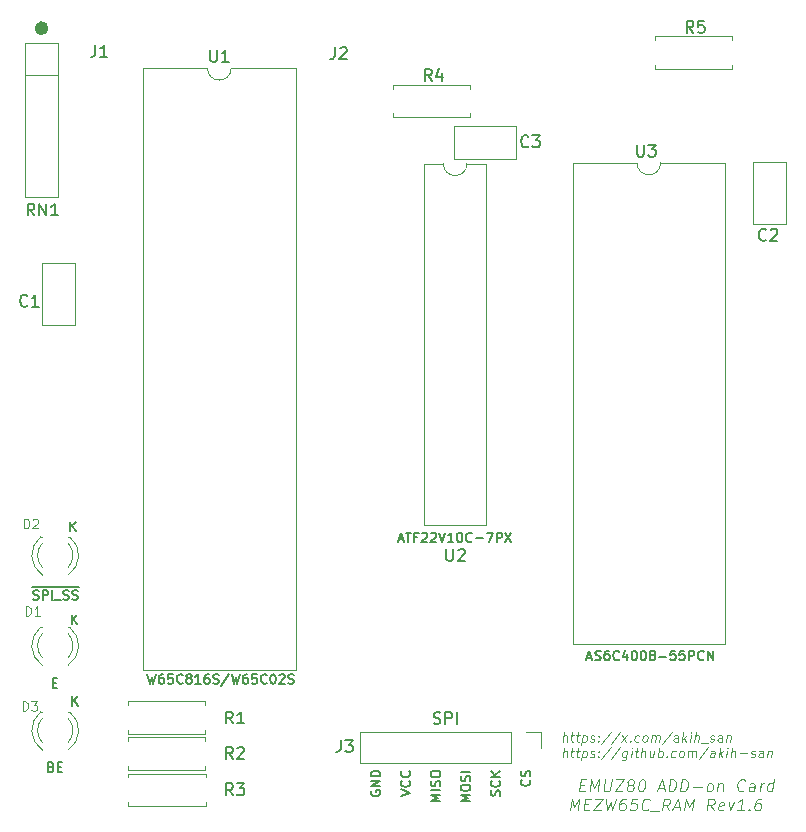
<source format=gto>
%TF.GenerationSoftware,KiCad,Pcbnew,7.0.7*%
%TF.CreationDate,2025-02-21T09:52:26+09:00*%
%TF.ProjectId,w65c_Rev1.6,77363563-5f52-4657-9631-2e362e6b6963,Rev1.6*%
%TF.SameCoordinates,PX5f6f270PY775a330*%
%TF.FileFunction,Legend,Top*%
%TF.FilePolarity,Positive*%
%FSLAX46Y46*%
G04 Gerber Fmt 4.6, Leading zero omitted, Abs format (unit mm)*
G04 Created by KiCad (PCBNEW 7.0.7) date 2025-02-21 09:52:26*
%MOMM*%
%LPD*%
G01*
G04 APERTURE LIST*
%ADD10C,0.586077*%
%ADD11C,0.150000*%
%ADD12C,0.160000*%
%ADD13C,0.100000*%
%ADD14C,0.125000*%
%ADD15C,0.120000*%
G04 APERTURE END LIST*
D10*
X3193038Y67520000D02*
G75*
G03*
X3193038Y67520000I-293038J0D01*
G01*
D11*
X36674295Y2099161D02*
X35874295Y2099161D01*
X35874295Y2099161D02*
X36445723Y2365827D01*
X36445723Y2365827D02*
X35874295Y2632494D01*
X35874295Y2632494D02*
X36674295Y2632494D01*
X36674295Y3013447D02*
X35874295Y3013447D01*
X36636200Y3356303D02*
X36674295Y3470589D01*
X36674295Y3470589D02*
X36674295Y3661065D01*
X36674295Y3661065D02*
X36636200Y3737256D01*
X36636200Y3737256D02*
X36598104Y3775351D01*
X36598104Y3775351D02*
X36521914Y3813446D01*
X36521914Y3813446D02*
X36445723Y3813446D01*
X36445723Y3813446D02*
X36369533Y3775351D01*
X36369533Y3775351D02*
X36331438Y3737256D01*
X36331438Y3737256D02*
X36293342Y3661065D01*
X36293342Y3661065D02*
X36255247Y3508684D01*
X36255247Y3508684D02*
X36217152Y3432494D01*
X36217152Y3432494D02*
X36179057Y3394399D01*
X36179057Y3394399D02*
X36102866Y3356303D01*
X36102866Y3356303D02*
X36026676Y3356303D01*
X36026676Y3356303D02*
X35950485Y3394399D01*
X35950485Y3394399D02*
X35912390Y3432494D01*
X35912390Y3432494D02*
X35874295Y3508684D01*
X35874295Y3508684D02*
X35874295Y3699161D01*
X35874295Y3699161D02*
X35912390Y3813446D01*
X35874295Y4308685D02*
X35874295Y4461066D01*
X35874295Y4461066D02*
X35912390Y4537256D01*
X35912390Y4537256D02*
X35988580Y4613447D01*
X35988580Y4613447D02*
X36140961Y4651542D01*
X36140961Y4651542D02*
X36407628Y4651542D01*
X36407628Y4651542D02*
X36560009Y4613447D01*
X36560009Y4613447D02*
X36636200Y4537256D01*
X36636200Y4537256D02*
X36674295Y4461066D01*
X36674295Y4461066D02*
X36674295Y4308685D01*
X36674295Y4308685D02*
X36636200Y4232494D01*
X36636200Y4232494D02*
X36560009Y4156304D01*
X36560009Y4156304D02*
X36407628Y4118208D01*
X36407628Y4118208D02*
X36140961Y4118208D01*
X36140961Y4118208D02*
X35988580Y4156304D01*
X35988580Y4156304D02*
X35912390Y4232494D01*
X35912390Y4232494D02*
X35874295Y4308685D01*
X30812390Y2968208D02*
X30774295Y2892018D01*
X30774295Y2892018D02*
X30774295Y2777732D01*
X30774295Y2777732D02*
X30812390Y2663446D01*
X30812390Y2663446D02*
X30888580Y2587256D01*
X30888580Y2587256D02*
X30964771Y2549161D01*
X30964771Y2549161D02*
X31117152Y2511065D01*
X31117152Y2511065D02*
X31231438Y2511065D01*
X31231438Y2511065D02*
X31383819Y2549161D01*
X31383819Y2549161D02*
X31460009Y2587256D01*
X31460009Y2587256D02*
X31536200Y2663446D01*
X31536200Y2663446D02*
X31574295Y2777732D01*
X31574295Y2777732D02*
X31574295Y2853923D01*
X31574295Y2853923D02*
X31536200Y2968208D01*
X31536200Y2968208D02*
X31498104Y3006304D01*
X31498104Y3006304D02*
X31231438Y3006304D01*
X31231438Y3006304D02*
X31231438Y2853923D01*
X31574295Y3349161D02*
X30774295Y3349161D01*
X30774295Y3349161D02*
X31574295Y3806304D01*
X31574295Y3806304D02*
X30774295Y3806304D01*
X31574295Y4187256D02*
X30774295Y4187256D01*
X30774295Y4187256D02*
X30774295Y4377732D01*
X30774295Y4377732D02*
X30812390Y4492018D01*
X30812390Y4492018D02*
X30888580Y4568208D01*
X30888580Y4568208D02*
X30964771Y4606303D01*
X30964771Y4606303D02*
X31117152Y4644399D01*
X31117152Y4644399D02*
X31231438Y4644399D01*
X31231438Y4644399D02*
X31383819Y4606303D01*
X31383819Y4606303D02*
X31460009Y4568208D01*
X31460009Y4568208D02*
X31536200Y4492018D01*
X31536200Y4492018D02*
X31574295Y4377732D01*
X31574295Y4377732D02*
X31574295Y4187256D01*
X39214295Y2069161D02*
X38414295Y2069161D01*
X38414295Y2069161D02*
X38985723Y2335827D01*
X38985723Y2335827D02*
X38414295Y2602494D01*
X38414295Y2602494D02*
X39214295Y2602494D01*
X38414295Y3135828D02*
X38414295Y3288209D01*
X38414295Y3288209D02*
X38452390Y3364399D01*
X38452390Y3364399D02*
X38528580Y3440590D01*
X38528580Y3440590D02*
X38680961Y3478685D01*
X38680961Y3478685D02*
X38947628Y3478685D01*
X38947628Y3478685D02*
X39100009Y3440590D01*
X39100009Y3440590D02*
X39176200Y3364399D01*
X39176200Y3364399D02*
X39214295Y3288209D01*
X39214295Y3288209D02*
X39214295Y3135828D01*
X39214295Y3135828D02*
X39176200Y3059637D01*
X39176200Y3059637D02*
X39100009Y2983447D01*
X39100009Y2983447D02*
X38947628Y2945351D01*
X38947628Y2945351D02*
X38680961Y2945351D01*
X38680961Y2945351D02*
X38528580Y2983447D01*
X38528580Y2983447D02*
X38452390Y3059637D01*
X38452390Y3059637D02*
X38414295Y3135828D01*
X39176200Y3783446D02*
X39214295Y3897732D01*
X39214295Y3897732D02*
X39214295Y4088208D01*
X39214295Y4088208D02*
X39176200Y4164399D01*
X39176200Y4164399D02*
X39138104Y4202494D01*
X39138104Y4202494D02*
X39061914Y4240589D01*
X39061914Y4240589D02*
X38985723Y4240589D01*
X38985723Y4240589D02*
X38909533Y4202494D01*
X38909533Y4202494D02*
X38871438Y4164399D01*
X38871438Y4164399D02*
X38833342Y4088208D01*
X38833342Y4088208D02*
X38795247Y3935827D01*
X38795247Y3935827D02*
X38757152Y3859637D01*
X38757152Y3859637D02*
X38719057Y3821542D01*
X38719057Y3821542D02*
X38642866Y3783446D01*
X38642866Y3783446D02*
X38566676Y3783446D01*
X38566676Y3783446D02*
X38490485Y3821542D01*
X38490485Y3821542D02*
X38452390Y3859637D01*
X38452390Y3859637D02*
X38414295Y3935827D01*
X38414295Y3935827D02*
X38414295Y4126304D01*
X38414295Y4126304D02*
X38452390Y4240589D01*
X39214295Y4583447D02*
X38414295Y4583447D01*
D12*
X2187643Y19184320D02*
X2301929Y19146225D01*
X2301929Y19146225D02*
X2492405Y19146225D01*
X2492405Y19146225D02*
X2568596Y19184320D01*
X2568596Y19184320D02*
X2606691Y19222416D01*
X2606691Y19222416D02*
X2644786Y19298606D01*
X2644786Y19298606D02*
X2644786Y19374797D01*
X2644786Y19374797D02*
X2606691Y19450987D01*
X2606691Y19450987D02*
X2568596Y19489082D01*
X2568596Y19489082D02*
X2492405Y19527178D01*
X2492405Y19527178D02*
X2340024Y19565273D01*
X2340024Y19565273D02*
X2263834Y19603368D01*
X2263834Y19603368D02*
X2225739Y19641463D01*
X2225739Y19641463D02*
X2187643Y19717654D01*
X2187643Y19717654D02*
X2187643Y19793844D01*
X2187643Y19793844D02*
X2225739Y19870035D01*
X2225739Y19870035D02*
X2263834Y19908130D01*
X2263834Y19908130D02*
X2340024Y19946225D01*
X2340024Y19946225D02*
X2530501Y19946225D01*
X2530501Y19946225D02*
X2644786Y19908130D01*
X2987644Y19146225D02*
X2987644Y19946225D01*
X2987644Y19946225D02*
X3292406Y19946225D01*
X3292406Y19946225D02*
X3368596Y19908130D01*
X3368596Y19908130D02*
X3406691Y19870035D01*
X3406691Y19870035D02*
X3444787Y19793844D01*
X3444787Y19793844D02*
X3444787Y19679559D01*
X3444787Y19679559D02*
X3406691Y19603368D01*
X3406691Y19603368D02*
X3368596Y19565273D01*
X3368596Y19565273D02*
X3292406Y19527178D01*
X3292406Y19527178D02*
X2987644Y19527178D01*
X3787644Y19146225D02*
X3787644Y19946225D01*
X3978120Y19070035D02*
X4587643Y19070035D01*
X4740024Y19184320D02*
X4854310Y19146225D01*
X4854310Y19146225D02*
X5044786Y19146225D01*
X5044786Y19146225D02*
X5120977Y19184320D01*
X5120977Y19184320D02*
X5159072Y19222416D01*
X5159072Y19222416D02*
X5197167Y19298606D01*
X5197167Y19298606D02*
X5197167Y19374797D01*
X5197167Y19374797D02*
X5159072Y19450987D01*
X5159072Y19450987D02*
X5120977Y19489082D01*
X5120977Y19489082D02*
X5044786Y19527178D01*
X5044786Y19527178D02*
X4892405Y19565273D01*
X4892405Y19565273D02*
X4816215Y19603368D01*
X4816215Y19603368D02*
X4778120Y19641463D01*
X4778120Y19641463D02*
X4740024Y19717654D01*
X4740024Y19717654D02*
X4740024Y19793844D01*
X4740024Y19793844D02*
X4778120Y19870035D01*
X4778120Y19870035D02*
X4816215Y19908130D01*
X4816215Y19908130D02*
X4892405Y19946225D01*
X4892405Y19946225D02*
X5082882Y19946225D01*
X5082882Y19946225D02*
X5197167Y19908130D01*
X5501929Y19184320D02*
X5616215Y19146225D01*
X5616215Y19146225D02*
X5806691Y19146225D01*
X5806691Y19146225D02*
X5882882Y19184320D01*
X5882882Y19184320D02*
X5920977Y19222416D01*
X5920977Y19222416D02*
X5959072Y19298606D01*
X5959072Y19298606D02*
X5959072Y19374797D01*
X5959072Y19374797D02*
X5920977Y19450987D01*
X5920977Y19450987D02*
X5882882Y19489082D01*
X5882882Y19489082D02*
X5806691Y19527178D01*
X5806691Y19527178D02*
X5654310Y19565273D01*
X5654310Y19565273D02*
X5578120Y19603368D01*
X5578120Y19603368D02*
X5540025Y19641463D01*
X5540025Y19641463D02*
X5501929Y19717654D01*
X5501929Y19717654D02*
X5501929Y19793844D01*
X5501929Y19793844D02*
X5540025Y19870035D01*
X5540025Y19870035D02*
X5578120Y19908130D01*
X5578120Y19908130D02*
X5654310Y19946225D01*
X5654310Y19946225D02*
X5844787Y19946225D01*
X5844787Y19946225D02*
X5959072Y19908130D01*
X2115263Y20168320D02*
X6031454Y20168320D01*
D11*
X41696200Y2541065D02*
X41734295Y2655351D01*
X41734295Y2655351D02*
X41734295Y2845827D01*
X41734295Y2845827D02*
X41696200Y2922018D01*
X41696200Y2922018D02*
X41658104Y2960113D01*
X41658104Y2960113D02*
X41581914Y2998208D01*
X41581914Y2998208D02*
X41505723Y2998208D01*
X41505723Y2998208D02*
X41429533Y2960113D01*
X41429533Y2960113D02*
X41391438Y2922018D01*
X41391438Y2922018D02*
X41353342Y2845827D01*
X41353342Y2845827D02*
X41315247Y2693446D01*
X41315247Y2693446D02*
X41277152Y2617256D01*
X41277152Y2617256D02*
X41239057Y2579161D01*
X41239057Y2579161D02*
X41162866Y2541065D01*
X41162866Y2541065D02*
X41086676Y2541065D01*
X41086676Y2541065D02*
X41010485Y2579161D01*
X41010485Y2579161D02*
X40972390Y2617256D01*
X40972390Y2617256D02*
X40934295Y2693446D01*
X40934295Y2693446D02*
X40934295Y2883923D01*
X40934295Y2883923D02*
X40972390Y2998208D01*
X41658104Y3798209D02*
X41696200Y3760113D01*
X41696200Y3760113D02*
X41734295Y3645828D01*
X41734295Y3645828D02*
X41734295Y3569637D01*
X41734295Y3569637D02*
X41696200Y3455351D01*
X41696200Y3455351D02*
X41620009Y3379161D01*
X41620009Y3379161D02*
X41543819Y3341066D01*
X41543819Y3341066D02*
X41391438Y3302970D01*
X41391438Y3302970D02*
X41277152Y3302970D01*
X41277152Y3302970D02*
X41124771Y3341066D01*
X41124771Y3341066D02*
X41048580Y3379161D01*
X41048580Y3379161D02*
X40972390Y3455351D01*
X40972390Y3455351D02*
X40934295Y3569637D01*
X40934295Y3569637D02*
X40934295Y3645828D01*
X40934295Y3645828D02*
X40972390Y3760113D01*
X40972390Y3760113D02*
X41010485Y3798209D01*
X41734295Y4141066D02*
X40934295Y4141066D01*
X41734295Y4598209D02*
X41277152Y4255351D01*
X40934295Y4598209D02*
X41391438Y4141066D01*
X44218104Y3876304D02*
X44256200Y3838208D01*
X44256200Y3838208D02*
X44294295Y3723923D01*
X44294295Y3723923D02*
X44294295Y3647732D01*
X44294295Y3647732D02*
X44256200Y3533446D01*
X44256200Y3533446D02*
X44180009Y3457256D01*
X44180009Y3457256D02*
X44103819Y3419161D01*
X44103819Y3419161D02*
X43951438Y3381065D01*
X43951438Y3381065D02*
X43837152Y3381065D01*
X43837152Y3381065D02*
X43684771Y3419161D01*
X43684771Y3419161D02*
X43608580Y3457256D01*
X43608580Y3457256D02*
X43532390Y3533446D01*
X43532390Y3533446D02*
X43494295Y3647732D01*
X43494295Y3647732D02*
X43494295Y3723923D01*
X43494295Y3723923D02*
X43532390Y3838208D01*
X43532390Y3838208D02*
X43570485Y3876304D01*
X44256200Y4181065D02*
X44294295Y4295351D01*
X44294295Y4295351D02*
X44294295Y4485827D01*
X44294295Y4485827D02*
X44256200Y4562018D01*
X44256200Y4562018D02*
X44218104Y4600113D01*
X44218104Y4600113D02*
X44141914Y4638208D01*
X44141914Y4638208D02*
X44065723Y4638208D01*
X44065723Y4638208D02*
X43989533Y4600113D01*
X43989533Y4600113D02*
X43951438Y4562018D01*
X43951438Y4562018D02*
X43913342Y4485827D01*
X43913342Y4485827D02*
X43875247Y4333446D01*
X43875247Y4333446D02*
X43837152Y4257256D01*
X43837152Y4257256D02*
X43799057Y4219161D01*
X43799057Y4219161D02*
X43722866Y4181065D01*
X43722866Y4181065D02*
X43646676Y4181065D01*
X43646676Y4181065D02*
X43570485Y4219161D01*
X43570485Y4219161D02*
X43532390Y4257256D01*
X43532390Y4257256D02*
X43494295Y4333446D01*
X43494295Y4333446D02*
X43494295Y4523923D01*
X43494295Y4523923D02*
X43532390Y4638208D01*
D12*
X49086643Y14234797D02*
X49467596Y14234797D01*
X49010453Y14006225D02*
X49277120Y14806225D01*
X49277120Y14806225D02*
X49543786Y14006225D01*
X49772357Y14044320D02*
X49886643Y14006225D01*
X49886643Y14006225D02*
X50077119Y14006225D01*
X50077119Y14006225D02*
X50153310Y14044320D01*
X50153310Y14044320D02*
X50191405Y14082416D01*
X50191405Y14082416D02*
X50229500Y14158606D01*
X50229500Y14158606D02*
X50229500Y14234797D01*
X50229500Y14234797D02*
X50191405Y14310987D01*
X50191405Y14310987D02*
X50153310Y14349082D01*
X50153310Y14349082D02*
X50077119Y14387178D01*
X50077119Y14387178D02*
X49924738Y14425273D01*
X49924738Y14425273D02*
X49848548Y14463368D01*
X49848548Y14463368D02*
X49810453Y14501463D01*
X49810453Y14501463D02*
X49772357Y14577654D01*
X49772357Y14577654D02*
X49772357Y14653844D01*
X49772357Y14653844D02*
X49810453Y14730035D01*
X49810453Y14730035D02*
X49848548Y14768130D01*
X49848548Y14768130D02*
X49924738Y14806225D01*
X49924738Y14806225D02*
X50115215Y14806225D01*
X50115215Y14806225D02*
X50229500Y14768130D01*
X50915215Y14806225D02*
X50762834Y14806225D01*
X50762834Y14806225D02*
X50686643Y14768130D01*
X50686643Y14768130D02*
X50648548Y14730035D01*
X50648548Y14730035D02*
X50572358Y14615749D01*
X50572358Y14615749D02*
X50534262Y14463368D01*
X50534262Y14463368D02*
X50534262Y14158606D01*
X50534262Y14158606D02*
X50572358Y14082416D01*
X50572358Y14082416D02*
X50610453Y14044320D01*
X50610453Y14044320D02*
X50686643Y14006225D01*
X50686643Y14006225D02*
X50839024Y14006225D01*
X50839024Y14006225D02*
X50915215Y14044320D01*
X50915215Y14044320D02*
X50953310Y14082416D01*
X50953310Y14082416D02*
X50991405Y14158606D01*
X50991405Y14158606D02*
X50991405Y14349082D01*
X50991405Y14349082D02*
X50953310Y14425273D01*
X50953310Y14425273D02*
X50915215Y14463368D01*
X50915215Y14463368D02*
X50839024Y14501463D01*
X50839024Y14501463D02*
X50686643Y14501463D01*
X50686643Y14501463D02*
X50610453Y14463368D01*
X50610453Y14463368D02*
X50572358Y14425273D01*
X50572358Y14425273D02*
X50534262Y14349082D01*
X51791406Y14082416D02*
X51753310Y14044320D01*
X51753310Y14044320D02*
X51639025Y14006225D01*
X51639025Y14006225D02*
X51562834Y14006225D01*
X51562834Y14006225D02*
X51448548Y14044320D01*
X51448548Y14044320D02*
X51372358Y14120511D01*
X51372358Y14120511D02*
X51334263Y14196701D01*
X51334263Y14196701D02*
X51296167Y14349082D01*
X51296167Y14349082D02*
X51296167Y14463368D01*
X51296167Y14463368D02*
X51334263Y14615749D01*
X51334263Y14615749D02*
X51372358Y14691940D01*
X51372358Y14691940D02*
X51448548Y14768130D01*
X51448548Y14768130D02*
X51562834Y14806225D01*
X51562834Y14806225D02*
X51639025Y14806225D01*
X51639025Y14806225D02*
X51753310Y14768130D01*
X51753310Y14768130D02*
X51791406Y14730035D01*
X52477120Y14539559D02*
X52477120Y14006225D01*
X52286644Y14844320D02*
X52096167Y14272892D01*
X52096167Y14272892D02*
X52591406Y14272892D01*
X53048549Y14806225D02*
X53124739Y14806225D01*
X53124739Y14806225D02*
X53200930Y14768130D01*
X53200930Y14768130D02*
X53239025Y14730035D01*
X53239025Y14730035D02*
X53277120Y14653844D01*
X53277120Y14653844D02*
X53315215Y14501463D01*
X53315215Y14501463D02*
X53315215Y14310987D01*
X53315215Y14310987D02*
X53277120Y14158606D01*
X53277120Y14158606D02*
X53239025Y14082416D01*
X53239025Y14082416D02*
X53200930Y14044320D01*
X53200930Y14044320D02*
X53124739Y14006225D01*
X53124739Y14006225D02*
X53048549Y14006225D01*
X53048549Y14006225D02*
X52972358Y14044320D01*
X52972358Y14044320D02*
X52934263Y14082416D01*
X52934263Y14082416D02*
X52896168Y14158606D01*
X52896168Y14158606D02*
X52858072Y14310987D01*
X52858072Y14310987D02*
X52858072Y14501463D01*
X52858072Y14501463D02*
X52896168Y14653844D01*
X52896168Y14653844D02*
X52934263Y14730035D01*
X52934263Y14730035D02*
X52972358Y14768130D01*
X52972358Y14768130D02*
X53048549Y14806225D01*
X53810454Y14806225D02*
X53886644Y14806225D01*
X53886644Y14806225D02*
X53962835Y14768130D01*
X53962835Y14768130D02*
X54000930Y14730035D01*
X54000930Y14730035D02*
X54039025Y14653844D01*
X54039025Y14653844D02*
X54077120Y14501463D01*
X54077120Y14501463D02*
X54077120Y14310987D01*
X54077120Y14310987D02*
X54039025Y14158606D01*
X54039025Y14158606D02*
X54000930Y14082416D01*
X54000930Y14082416D02*
X53962835Y14044320D01*
X53962835Y14044320D02*
X53886644Y14006225D01*
X53886644Y14006225D02*
X53810454Y14006225D01*
X53810454Y14006225D02*
X53734263Y14044320D01*
X53734263Y14044320D02*
X53696168Y14082416D01*
X53696168Y14082416D02*
X53658073Y14158606D01*
X53658073Y14158606D02*
X53619977Y14310987D01*
X53619977Y14310987D02*
X53619977Y14501463D01*
X53619977Y14501463D02*
X53658073Y14653844D01*
X53658073Y14653844D02*
X53696168Y14730035D01*
X53696168Y14730035D02*
X53734263Y14768130D01*
X53734263Y14768130D02*
X53810454Y14806225D01*
X54534263Y14463368D02*
X54458073Y14501463D01*
X54458073Y14501463D02*
X54419978Y14539559D01*
X54419978Y14539559D02*
X54381882Y14615749D01*
X54381882Y14615749D02*
X54381882Y14653844D01*
X54381882Y14653844D02*
X54419978Y14730035D01*
X54419978Y14730035D02*
X54458073Y14768130D01*
X54458073Y14768130D02*
X54534263Y14806225D01*
X54534263Y14806225D02*
X54686644Y14806225D01*
X54686644Y14806225D02*
X54762835Y14768130D01*
X54762835Y14768130D02*
X54800930Y14730035D01*
X54800930Y14730035D02*
X54839025Y14653844D01*
X54839025Y14653844D02*
X54839025Y14615749D01*
X54839025Y14615749D02*
X54800930Y14539559D01*
X54800930Y14539559D02*
X54762835Y14501463D01*
X54762835Y14501463D02*
X54686644Y14463368D01*
X54686644Y14463368D02*
X54534263Y14463368D01*
X54534263Y14463368D02*
X54458073Y14425273D01*
X54458073Y14425273D02*
X54419978Y14387178D01*
X54419978Y14387178D02*
X54381882Y14310987D01*
X54381882Y14310987D02*
X54381882Y14158606D01*
X54381882Y14158606D02*
X54419978Y14082416D01*
X54419978Y14082416D02*
X54458073Y14044320D01*
X54458073Y14044320D02*
X54534263Y14006225D01*
X54534263Y14006225D02*
X54686644Y14006225D01*
X54686644Y14006225D02*
X54762835Y14044320D01*
X54762835Y14044320D02*
X54800930Y14082416D01*
X54800930Y14082416D02*
X54839025Y14158606D01*
X54839025Y14158606D02*
X54839025Y14310987D01*
X54839025Y14310987D02*
X54800930Y14387178D01*
X54800930Y14387178D02*
X54762835Y14425273D01*
X54762835Y14425273D02*
X54686644Y14463368D01*
X55181883Y14310987D02*
X55791407Y14310987D01*
X56553311Y14806225D02*
X56172359Y14806225D01*
X56172359Y14806225D02*
X56134263Y14425273D01*
X56134263Y14425273D02*
X56172359Y14463368D01*
X56172359Y14463368D02*
X56248549Y14501463D01*
X56248549Y14501463D02*
X56439025Y14501463D01*
X56439025Y14501463D02*
X56515216Y14463368D01*
X56515216Y14463368D02*
X56553311Y14425273D01*
X56553311Y14425273D02*
X56591406Y14349082D01*
X56591406Y14349082D02*
X56591406Y14158606D01*
X56591406Y14158606D02*
X56553311Y14082416D01*
X56553311Y14082416D02*
X56515216Y14044320D01*
X56515216Y14044320D02*
X56439025Y14006225D01*
X56439025Y14006225D02*
X56248549Y14006225D01*
X56248549Y14006225D02*
X56172359Y14044320D01*
X56172359Y14044320D02*
X56134263Y14082416D01*
X57315216Y14806225D02*
X56934264Y14806225D01*
X56934264Y14806225D02*
X56896168Y14425273D01*
X56896168Y14425273D02*
X56934264Y14463368D01*
X56934264Y14463368D02*
X57010454Y14501463D01*
X57010454Y14501463D02*
X57200930Y14501463D01*
X57200930Y14501463D02*
X57277121Y14463368D01*
X57277121Y14463368D02*
X57315216Y14425273D01*
X57315216Y14425273D02*
X57353311Y14349082D01*
X57353311Y14349082D02*
X57353311Y14158606D01*
X57353311Y14158606D02*
X57315216Y14082416D01*
X57315216Y14082416D02*
X57277121Y14044320D01*
X57277121Y14044320D02*
X57200930Y14006225D01*
X57200930Y14006225D02*
X57010454Y14006225D01*
X57010454Y14006225D02*
X56934264Y14044320D01*
X56934264Y14044320D02*
X56896168Y14082416D01*
X57696169Y14006225D02*
X57696169Y14806225D01*
X57696169Y14806225D02*
X58000931Y14806225D01*
X58000931Y14806225D02*
X58077121Y14768130D01*
X58077121Y14768130D02*
X58115216Y14730035D01*
X58115216Y14730035D02*
X58153312Y14653844D01*
X58153312Y14653844D02*
X58153312Y14539559D01*
X58153312Y14539559D02*
X58115216Y14463368D01*
X58115216Y14463368D02*
X58077121Y14425273D01*
X58077121Y14425273D02*
X58000931Y14387178D01*
X58000931Y14387178D02*
X57696169Y14387178D01*
X58953312Y14082416D02*
X58915216Y14044320D01*
X58915216Y14044320D02*
X58800931Y14006225D01*
X58800931Y14006225D02*
X58724740Y14006225D01*
X58724740Y14006225D02*
X58610454Y14044320D01*
X58610454Y14044320D02*
X58534264Y14120511D01*
X58534264Y14120511D02*
X58496169Y14196701D01*
X58496169Y14196701D02*
X58458073Y14349082D01*
X58458073Y14349082D02*
X58458073Y14463368D01*
X58458073Y14463368D02*
X58496169Y14615749D01*
X58496169Y14615749D02*
X58534264Y14691940D01*
X58534264Y14691940D02*
X58610454Y14768130D01*
X58610454Y14768130D02*
X58724740Y14806225D01*
X58724740Y14806225D02*
X58800931Y14806225D01*
X58800931Y14806225D02*
X58915216Y14768130D01*
X58915216Y14768130D02*
X58953312Y14730035D01*
X59296169Y14006225D02*
X59296169Y14806225D01*
X59296169Y14806225D02*
X59753312Y14006225D01*
X59753312Y14006225D02*
X59753312Y14806225D01*
D13*
X47011503Y7101105D02*
X47111503Y7901105D01*
X47354360Y7101105D02*
X47406741Y7520153D01*
X47406741Y7520153D02*
X47378169Y7596343D01*
X47378169Y7596343D02*
X47306741Y7634439D01*
X47306741Y7634439D02*
X47192455Y7634439D01*
X47192455Y7634439D02*
X47111503Y7596343D01*
X47111503Y7596343D02*
X47068646Y7558248D01*
X47687694Y7634439D02*
X47992456Y7634439D01*
X47835313Y7901105D02*
X47749599Y7215391D01*
X47749599Y7215391D02*
X47778170Y7139200D01*
X47778170Y7139200D02*
X47849599Y7101105D01*
X47849599Y7101105D02*
X47925789Y7101105D01*
X48144837Y7634439D02*
X48449599Y7634439D01*
X48292456Y7901105D02*
X48206742Y7215391D01*
X48206742Y7215391D02*
X48235313Y7139200D01*
X48235313Y7139200D02*
X48306742Y7101105D01*
X48306742Y7101105D02*
X48382932Y7101105D01*
X48716265Y7634439D02*
X48616265Y6834439D01*
X48711504Y7596343D02*
X48792456Y7634439D01*
X48792456Y7634439D02*
X48944837Y7634439D01*
X48944837Y7634439D02*
X49016265Y7596343D01*
X49016265Y7596343D02*
X49049599Y7558248D01*
X49049599Y7558248D02*
X49078170Y7482058D01*
X49078170Y7482058D02*
X49049599Y7253486D01*
X49049599Y7253486D02*
X49001980Y7177296D01*
X49001980Y7177296D02*
X48959123Y7139200D01*
X48959123Y7139200D02*
X48878170Y7101105D01*
X48878170Y7101105D02*
X48725789Y7101105D01*
X48725789Y7101105D02*
X48654361Y7139200D01*
X49340075Y7139200D02*
X49411504Y7101105D01*
X49411504Y7101105D02*
X49563885Y7101105D01*
X49563885Y7101105D02*
X49644837Y7139200D01*
X49644837Y7139200D02*
X49692456Y7215391D01*
X49692456Y7215391D02*
X49697218Y7253486D01*
X49697218Y7253486D02*
X49668647Y7329677D01*
X49668647Y7329677D02*
X49597218Y7367772D01*
X49597218Y7367772D02*
X49482933Y7367772D01*
X49482933Y7367772D02*
X49411504Y7405867D01*
X49411504Y7405867D02*
X49382933Y7482058D01*
X49382933Y7482058D02*
X49387695Y7520153D01*
X49387695Y7520153D02*
X49435314Y7596343D01*
X49435314Y7596343D02*
X49516266Y7634439D01*
X49516266Y7634439D02*
X49630552Y7634439D01*
X49630552Y7634439D02*
X49701980Y7596343D01*
X50030552Y7177296D02*
X50063885Y7139200D01*
X50063885Y7139200D02*
X50021028Y7101105D01*
X50021028Y7101105D02*
X49987694Y7139200D01*
X49987694Y7139200D02*
X50030552Y7177296D01*
X50030552Y7177296D02*
X50021028Y7101105D01*
X50082933Y7596343D02*
X50116266Y7558248D01*
X50116266Y7558248D02*
X50073409Y7520153D01*
X50073409Y7520153D02*
X50040075Y7558248D01*
X50040075Y7558248D02*
X50082933Y7596343D01*
X50082933Y7596343D02*
X50073409Y7520153D01*
X51078170Y7939200D02*
X50263885Y6910629D01*
X51916265Y7939200D02*
X51101980Y6910629D01*
X52001979Y7101105D02*
X52487694Y7634439D01*
X52068646Y7634439D02*
X52421027Y7101105D01*
X52735313Y7177296D02*
X52768646Y7139200D01*
X52768646Y7139200D02*
X52725789Y7101105D01*
X52725789Y7101105D02*
X52692455Y7139200D01*
X52692455Y7139200D02*
X52735313Y7177296D01*
X52735313Y7177296D02*
X52725789Y7101105D01*
X53454360Y7139200D02*
X53373407Y7101105D01*
X53373407Y7101105D02*
X53221027Y7101105D01*
X53221027Y7101105D02*
X53149598Y7139200D01*
X53149598Y7139200D02*
X53116265Y7177296D01*
X53116265Y7177296D02*
X53087693Y7253486D01*
X53087693Y7253486D02*
X53116265Y7482058D01*
X53116265Y7482058D02*
X53163884Y7558248D01*
X53163884Y7558248D02*
X53206741Y7596343D01*
X53206741Y7596343D02*
X53287693Y7634439D01*
X53287693Y7634439D02*
X53440074Y7634439D01*
X53440074Y7634439D02*
X53511503Y7596343D01*
X53906741Y7101105D02*
X53835312Y7139200D01*
X53835312Y7139200D02*
X53801979Y7177296D01*
X53801979Y7177296D02*
X53773407Y7253486D01*
X53773407Y7253486D02*
X53801979Y7482058D01*
X53801979Y7482058D02*
X53849598Y7558248D01*
X53849598Y7558248D02*
X53892455Y7596343D01*
X53892455Y7596343D02*
X53973407Y7634439D01*
X53973407Y7634439D02*
X54087693Y7634439D01*
X54087693Y7634439D02*
X54159121Y7596343D01*
X54159121Y7596343D02*
X54192455Y7558248D01*
X54192455Y7558248D02*
X54221026Y7482058D01*
X54221026Y7482058D02*
X54192455Y7253486D01*
X54192455Y7253486D02*
X54144836Y7177296D01*
X54144836Y7177296D02*
X54101979Y7139200D01*
X54101979Y7139200D02*
X54021026Y7101105D01*
X54021026Y7101105D02*
X53906741Y7101105D01*
X54516265Y7101105D02*
X54582931Y7634439D01*
X54573408Y7558248D02*
X54616265Y7596343D01*
X54616265Y7596343D02*
X54697217Y7634439D01*
X54697217Y7634439D02*
X54811503Y7634439D01*
X54811503Y7634439D02*
X54882931Y7596343D01*
X54882931Y7596343D02*
X54911503Y7520153D01*
X54911503Y7520153D02*
X54859122Y7101105D01*
X54911503Y7520153D02*
X54959122Y7596343D01*
X54959122Y7596343D02*
X55040074Y7634439D01*
X55040074Y7634439D02*
X55154360Y7634439D01*
X55154360Y7634439D02*
X55225789Y7596343D01*
X55225789Y7596343D02*
X55254360Y7520153D01*
X55254360Y7520153D02*
X55201979Y7101105D01*
X56259122Y7939200D02*
X55444837Y6910629D01*
X56763884Y7101105D02*
X56816265Y7520153D01*
X56816265Y7520153D02*
X56787693Y7596343D01*
X56787693Y7596343D02*
X56716265Y7634439D01*
X56716265Y7634439D02*
X56563884Y7634439D01*
X56563884Y7634439D02*
X56482932Y7596343D01*
X56768646Y7139200D02*
X56687693Y7101105D01*
X56687693Y7101105D02*
X56497217Y7101105D01*
X56497217Y7101105D02*
X56425789Y7139200D01*
X56425789Y7139200D02*
X56397217Y7215391D01*
X56397217Y7215391D02*
X56406741Y7291581D01*
X56406741Y7291581D02*
X56454360Y7367772D01*
X56454360Y7367772D02*
X56535313Y7405867D01*
X56535313Y7405867D02*
X56725789Y7405867D01*
X56725789Y7405867D02*
X56806741Y7443962D01*
X57144837Y7101105D02*
X57244837Y7901105D01*
X57259123Y7405867D02*
X57449599Y7101105D01*
X57516265Y7634439D02*
X57173408Y7329677D01*
X57792456Y7101105D02*
X57859122Y7634439D01*
X57892456Y7901105D02*
X57849599Y7863010D01*
X57849599Y7863010D02*
X57882932Y7824915D01*
X57882932Y7824915D02*
X57925789Y7863010D01*
X57925789Y7863010D02*
X57892456Y7901105D01*
X57892456Y7901105D02*
X57882932Y7824915D01*
X58173408Y7101105D02*
X58273408Y7901105D01*
X58516265Y7101105D02*
X58568646Y7520153D01*
X58568646Y7520153D02*
X58540074Y7596343D01*
X58540074Y7596343D02*
X58468646Y7634439D01*
X58468646Y7634439D02*
X58354360Y7634439D01*
X58354360Y7634439D02*
X58273408Y7596343D01*
X58273408Y7596343D02*
X58230551Y7558248D01*
X58697218Y7024915D02*
X59306742Y7024915D01*
X59473408Y7139200D02*
X59544837Y7101105D01*
X59544837Y7101105D02*
X59697218Y7101105D01*
X59697218Y7101105D02*
X59778170Y7139200D01*
X59778170Y7139200D02*
X59825789Y7215391D01*
X59825789Y7215391D02*
X59830551Y7253486D01*
X59830551Y7253486D02*
X59801980Y7329677D01*
X59801980Y7329677D02*
X59730551Y7367772D01*
X59730551Y7367772D02*
X59616266Y7367772D01*
X59616266Y7367772D02*
X59544837Y7405867D01*
X59544837Y7405867D02*
X59516266Y7482058D01*
X59516266Y7482058D02*
X59521028Y7520153D01*
X59521028Y7520153D02*
X59568647Y7596343D01*
X59568647Y7596343D02*
X59649599Y7634439D01*
X59649599Y7634439D02*
X59763885Y7634439D01*
X59763885Y7634439D02*
X59835313Y7596343D01*
X60497218Y7101105D02*
X60549599Y7520153D01*
X60549599Y7520153D02*
X60521027Y7596343D01*
X60521027Y7596343D02*
X60449599Y7634439D01*
X60449599Y7634439D02*
X60297218Y7634439D01*
X60297218Y7634439D02*
X60216266Y7596343D01*
X60501980Y7139200D02*
X60421027Y7101105D01*
X60421027Y7101105D02*
X60230551Y7101105D01*
X60230551Y7101105D02*
X60159123Y7139200D01*
X60159123Y7139200D02*
X60130551Y7215391D01*
X60130551Y7215391D02*
X60140075Y7291581D01*
X60140075Y7291581D02*
X60187694Y7367772D01*
X60187694Y7367772D02*
X60268647Y7405867D01*
X60268647Y7405867D02*
X60459123Y7405867D01*
X60459123Y7405867D02*
X60540075Y7443962D01*
X60944837Y7634439D02*
X60878171Y7101105D01*
X60935314Y7558248D02*
X60978171Y7596343D01*
X60978171Y7596343D02*
X61059123Y7634439D01*
X61059123Y7634439D02*
X61173409Y7634439D01*
X61173409Y7634439D02*
X61244837Y7596343D01*
X61244837Y7596343D02*
X61273409Y7520153D01*
X61273409Y7520153D02*
X61221028Y7101105D01*
X47011503Y5813105D02*
X47111503Y6613105D01*
X47354360Y5813105D02*
X47406741Y6232153D01*
X47406741Y6232153D02*
X47378169Y6308343D01*
X47378169Y6308343D02*
X47306741Y6346439D01*
X47306741Y6346439D02*
X47192455Y6346439D01*
X47192455Y6346439D02*
X47111503Y6308343D01*
X47111503Y6308343D02*
X47068646Y6270248D01*
X47687694Y6346439D02*
X47992456Y6346439D01*
X47835313Y6613105D02*
X47749599Y5927391D01*
X47749599Y5927391D02*
X47778170Y5851200D01*
X47778170Y5851200D02*
X47849599Y5813105D01*
X47849599Y5813105D02*
X47925789Y5813105D01*
X48144837Y6346439D02*
X48449599Y6346439D01*
X48292456Y6613105D02*
X48206742Y5927391D01*
X48206742Y5927391D02*
X48235313Y5851200D01*
X48235313Y5851200D02*
X48306742Y5813105D01*
X48306742Y5813105D02*
X48382932Y5813105D01*
X48716265Y6346439D02*
X48616265Y5546439D01*
X48711504Y6308343D02*
X48792456Y6346439D01*
X48792456Y6346439D02*
X48944837Y6346439D01*
X48944837Y6346439D02*
X49016265Y6308343D01*
X49016265Y6308343D02*
X49049599Y6270248D01*
X49049599Y6270248D02*
X49078170Y6194058D01*
X49078170Y6194058D02*
X49049599Y5965486D01*
X49049599Y5965486D02*
X49001980Y5889296D01*
X49001980Y5889296D02*
X48959123Y5851200D01*
X48959123Y5851200D02*
X48878170Y5813105D01*
X48878170Y5813105D02*
X48725789Y5813105D01*
X48725789Y5813105D02*
X48654361Y5851200D01*
X49340075Y5851200D02*
X49411504Y5813105D01*
X49411504Y5813105D02*
X49563885Y5813105D01*
X49563885Y5813105D02*
X49644837Y5851200D01*
X49644837Y5851200D02*
X49692456Y5927391D01*
X49692456Y5927391D02*
X49697218Y5965486D01*
X49697218Y5965486D02*
X49668647Y6041677D01*
X49668647Y6041677D02*
X49597218Y6079772D01*
X49597218Y6079772D02*
X49482933Y6079772D01*
X49482933Y6079772D02*
X49411504Y6117867D01*
X49411504Y6117867D02*
X49382933Y6194058D01*
X49382933Y6194058D02*
X49387695Y6232153D01*
X49387695Y6232153D02*
X49435314Y6308343D01*
X49435314Y6308343D02*
X49516266Y6346439D01*
X49516266Y6346439D02*
X49630552Y6346439D01*
X49630552Y6346439D02*
X49701980Y6308343D01*
X50030552Y5889296D02*
X50063885Y5851200D01*
X50063885Y5851200D02*
X50021028Y5813105D01*
X50021028Y5813105D02*
X49987694Y5851200D01*
X49987694Y5851200D02*
X50030552Y5889296D01*
X50030552Y5889296D02*
X50021028Y5813105D01*
X50082933Y6308343D02*
X50116266Y6270248D01*
X50116266Y6270248D02*
X50073409Y6232153D01*
X50073409Y6232153D02*
X50040075Y6270248D01*
X50040075Y6270248D02*
X50082933Y6308343D01*
X50082933Y6308343D02*
X50073409Y6232153D01*
X51078170Y6651200D02*
X50263885Y5622629D01*
X51916265Y6651200D02*
X51101980Y5622629D01*
X52487694Y6346439D02*
X52406741Y5698820D01*
X52406741Y5698820D02*
X52359122Y5622629D01*
X52359122Y5622629D02*
X52316265Y5584534D01*
X52316265Y5584534D02*
X52235313Y5546439D01*
X52235313Y5546439D02*
X52121027Y5546439D01*
X52121027Y5546439D02*
X52049598Y5584534D01*
X52425789Y5851200D02*
X52344836Y5813105D01*
X52344836Y5813105D02*
X52192456Y5813105D01*
X52192456Y5813105D02*
X52121027Y5851200D01*
X52121027Y5851200D02*
X52087694Y5889296D01*
X52087694Y5889296D02*
X52059122Y5965486D01*
X52059122Y5965486D02*
X52087694Y6194058D01*
X52087694Y6194058D02*
X52135313Y6270248D01*
X52135313Y6270248D02*
X52178170Y6308343D01*
X52178170Y6308343D02*
X52259122Y6346439D01*
X52259122Y6346439D02*
X52411503Y6346439D01*
X52411503Y6346439D02*
X52482932Y6308343D01*
X52801980Y5813105D02*
X52868646Y6346439D01*
X52901980Y6613105D02*
X52859123Y6575010D01*
X52859123Y6575010D02*
X52892456Y6536915D01*
X52892456Y6536915D02*
X52935313Y6575010D01*
X52935313Y6575010D02*
X52901980Y6613105D01*
X52901980Y6613105D02*
X52892456Y6536915D01*
X53135313Y6346439D02*
X53440075Y6346439D01*
X53282932Y6613105D02*
X53197218Y5927391D01*
X53197218Y5927391D02*
X53225789Y5851200D01*
X53225789Y5851200D02*
X53297218Y5813105D01*
X53297218Y5813105D02*
X53373408Y5813105D01*
X53640075Y5813105D02*
X53740075Y6613105D01*
X53982932Y5813105D02*
X54035313Y6232153D01*
X54035313Y6232153D02*
X54006741Y6308343D01*
X54006741Y6308343D02*
X53935313Y6346439D01*
X53935313Y6346439D02*
X53821027Y6346439D01*
X53821027Y6346439D02*
X53740075Y6308343D01*
X53740075Y6308343D02*
X53697218Y6270248D01*
X54773409Y6346439D02*
X54706742Y5813105D01*
X54430551Y6346439D02*
X54378171Y5927391D01*
X54378171Y5927391D02*
X54406742Y5851200D01*
X54406742Y5851200D02*
X54478171Y5813105D01*
X54478171Y5813105D02*
X54592456Y5813105D01*
X54592456Y5813105D02*
X54673409Y5851200D01*
X54673409Y5851200D02*
X54716266Y5889296D01*
X55087695Y5813105D02*
X55187695Y6613105D01*
X55149600Y6308343D02*
X55230552Y6346439D01*
X55230552Y6346439D02*
X55382933Y6346439D01*
X55382933Y6346439D02*
X55454361Y6308343D01*
X55454361Y6308343D02*
X55487695Y6270248D01*
X55487695Y6270248D02*
X55516266Y6194058D01*
X55516266Y6194058D02*
X55487695Y5965486D01*
X55487695Y5965486D02*
X55440076Y5889296D01*
X55440076Y5889296D02*
X55397219Y5851200D01*
X55397219Y5851200D02*
X55316266Y5813105D01*
X55316266Y5813105D02*
X55163885Y5813105D01*
X55163885Y5813105D02*
X55092457Y5851200D01*
X55821029Y5889296D02*
X55854362Y5851200D01*
X55854362Y5851200D02*
X55811505Y5813105D01*
X55811505Y5813105D02*
X55778171Y5851200D01*
X55778171Y5851200D02*
X55821029Y5889296D01*
X55821029Y5889296D02*
X55811505Y5813105D01*
X56540076Y5851200D02*
X56459123Y5813105D01*
X56459123Y5813105D02*
X56306743Y5813105D01*
X56306743Y5813105D02*
X56235314Y5851200D01*
X56235314Y5851200D02*
X56201981Y5889296D01*
X56201981Y5889296D02*
X56173409Y5965486D01*
X56173409Y5965486D02*
X56201981Y6194058D01*
X56201981Y6194058D02*
X56249600Y6270248D01*
X56249600Y6270248D02*
X56292457Y6308343D01*
X56292457Y6308343D02*
X56373409Y6346439D01*
X56373409Y6346439D02*
X56525790Y6346439D01*
X56525790Y6346439D02*
X56597219Y6308343D01*
X56992457Y5813105D02*
X56921028Y5851200D01*
X56921028Y5851200D02*
X56887695Y5889296D01*
X56887695Y5889296D02*
X56859123Y5965486D01*
X56859123Y5965486D02*
X56887695Y6194058D01*
X56887695Y6194058D02*
X56935314Y6270248D01*
X56935314Y6270248D02*
X56978171Y6308343D01*
X56978171Y6308343D02*
X57059123Y6346439D01*
X57059123Y6346439D02*
X57173409Y6346439D01*
X57173409Y6346439D02*
X57244837Y6308343D01*
X57244837Y6308343D02*
X57278171Y6270248D01*
X57278171Y6270248D02*
X57306742Y6194058D01*
X57306742Y6194058D02*
X57278171Y5965486D01*
X57278171Y5965486D02*
X57230552Y5889296D01*
X57230552Y5889296D02*
X57187695Y5851200D01*
X57187695Y5851200D02*
X57106742Y5813105D01*
X57106742Y5813105D02*
X56992457Y5813105D01*
X57601981Y5813105D02*
X57668647Y6346439D01*
X57659124Y6270248D02*
X57701981Y6308343D01*
X57701981Y6308343D02*
X57782933Y6346439D01*
X57782933Y6346439D02*
X57897219Y6346439D01*
X57897219Y6346439D02*
X57968647Y6308343D01*
X57968647Y6308343D02*
X57997219Y6232153D01*
X57997219Y6232153D02*
X57944838Y5813105D01*
X57997219Y6232153D02*
X58044838Y6308343D01*
X58044838Y6308343D02*
X58125790Y6346439D01*
X58125790Y6346439D02*
X58240076Y6346439D01*
X58240076Y6346439D02*
X58311505Y6308343D01*
X58311505Y6308343D02*
X58340076Y6232153D01*
X58340076Y6232153D02*
X58287695Y5813105D01*
X59344838Y6651200D02*
X58530553Y5622629D01*
X59849600Y5813105D02*
X59901981Y6232153D01*
X59901981Y6232153D02*
X59873409Y6308343D01*
X59873409Y6308343D02*
X59801981Y6346439D01*
X59801981Y6346439D02*
X59649600Y6346439D01*
X59649600Y6346439D02*
X59568648Y6308343D01*
X59854362Y5851200D02*
X59773409Y5813105D01*
X59773409Y5813105D02*
X59582933Y5813105D01*
X59582933Y5813105D02*
X59511505Y5851200D01*
X59511505Y5851200D02*
X59482933Y5927391D01*
X59482933Y5927391D02*
X59492457Y6003581D01*
X59492457Y6003581D02*
X59540076Y6079772D01*
X59540076Y6079772D02*
X59621029Y6117867D01*
X59621029Y6117867D02*
X59811505Y6117867D01*
X59811505Y6117867D02*
X59892457Y6155962D01*
X60230553Y5813105D02*
X60330553Y6613105D01*
X60344839Y6117867D02*
X60535315Y5813105D01*
X60601981Y6346439D02*
X60259124Y6041677D01*
X60878172Y5813105D02*
X60944838Y6346439D01*
X60978172Y6613105D02*
X60935315Y6575010D01*
X60935315Y6575010D02*
X60968648Y6536915D01*
X60968648Y6536915D02*
X61011505Y6575010D01*
X61011505Y6575010D02*
X60978172Y6613105D01*
X60978172Y6613105D02*
X60968648Y6536915D01*
X61259124Y5813105D02*
X61359124Y6613105D01*
X61601981Y5813105D02*
X61654362Y6232153D01*
X61654362Y6232153D02*
X61625790Y6308343D01*
X61625790Y6308343D02*
X61554362Y6346439D01*
X61554362Y6346439D02*
X61440076Y6346439D01*
X61440076Y6346439D02*
X61359124Y6308343D01*
X61359124Y6308343D02*
X61316267Y6270248D01*
X62021029Y6117867D02*
X62630553Y6117867D01*
X62940076Y5851200D02*
X63011505Y5813105D01*
X63011505Y5813105D02*
X63163886Y5813105D01*
X63163886Y5813105D02*
X63244838Y5851200D01*
X63244838Y5851200D02*
X63292457Y5927391D01*
X63292457Y5927391D02*
X63297219Y5965486D01*
X63297219Y5965486D02*
X63268648Y6041677D01*
X63268648Y6041677D02*
X63197219Y6079772D01*
X63197219Y6079772D02*
X63082934Y6079772D01*
X63082934Y6079772D02*
X63011505Y6117867D01*
X63011505Y6117867D02*
X62982934Y6194058D01*
X62982934Y6194058D02*
X62987696Y6232153D01*
X62987696Y6232153D02*
X63035315Y6308343D01*
X63035315Y6308343D02*
X63116267Y6346439D01*
X63116267Y6346439D02*
X63230553Y6346439D01*
X63230553Y6346439D02*
X63301981Y6308343D01*
X63963886Y5813105D02*
X64016267Y6232153D01*
X64016267Y6232153D02*
X63987695Y6308343D01*
X63987695Y6308343D02*
X63916267Y6346439D01*
X63916267Y6346439D02*
X63763886Y6346439D01*
X63763886Y6346439D02*
X63682934Y6308343D01*
X63968648Y5851200D02*
X63887695Y5813105D01*
X63887695Y5813105D02*
X63697219Y5813105D01*
X63697219Y5813105D02*
X63625791Y5851200D01*
X63625791Y5851200D02*
X63597219Y5927391D01*
X63597219Y5927391D02*
X63606743Y6003581D01*
X63606743Y6003581D02*
X63654362Y6079772D01*
X63654362Y6079772D02*
X63735315Y6117867D01*
X63735315Y6117867D02*
X63925791Y6117867D01*
X63925791Y6117867D02*
X64006743Y6155962D01*
X64411505Y6346439D02*
X64344839Y5813105D01*
X64401982Y6270248D02*
X64444839Y6308343D01*
X64444839Y6308343D02*
X64525791Y6346439D01*
X64525791Y6346439D02*
X64640077Y6346439D01*
X64640077Y6346439D02*
X64711505Y6308343D01*
X64711505Y6308343D02*
X64740077Y6232153D01*
X64740077Y6232153D02*
X64687696Y5813105D01*
D14*
X48481760Y3432691D02*
X48815093Y3432691D01*
X48892474Y2908881D02*
X48416283Y2908881D01*
X48416283Y2908881D02*
X48541283Y3908881D01*
X48541283Y3908881D02*
X49017474Y3908881D01*
X49321045Y2908881D02*
X49446045Y3908881D01*
X49446045Y3908881D02*
X49690093Y3194596D01*
X49690093Y3194596D02*
X50112712Y3908881D01*
X50112712Y3908881D02*
X49987712Y2908881D01*
X50588902Y3908881D02*
X50487712Y3099358D01*
X50487712Y3099358D02*
X50523426Y3004120D01*
X50523426Y3004120D02*
X50565093Y2956500D01*
X50565093Y2956500D02*
X50654379Y2908881D01*
X50654379Y2908881D02*
X50844855Y2908881D01*
X50844855Y2908881D02*
X50946045Y2956500D01*
X50946045Y2956500D02*
X50999617Y3004120D01*
X50999617Y3004120D02*
X51059140Y3099358D01*
X51059140Y3099358D02*
X51160331Y3908881D01*
X51541283Y3908881D02*
X52207950Y3908881D01*
X52207950Y3908881D02*
X51416283Y2908881D01*
X51416283Y2908881D02*
X52082950Y2908881D01*
X52678188Y3480310D02*
X52588902Y3527929D01*
X52588902Y3527929D02*
X52547236Y3575548D01*
X52547236Y3575548D02*
X52511521Y3670786D01*
X52511521Y3670786D02*
X52517474Y3718405D01*
X52517474Y3718405D02*
X52576998Y3813643D01*
X52576998Y3813643D02*
X52630569Y3861262D01*
X52630569Y3861262D02*
X52731760Y3908881D01*
X52731760Y3908881D02*
X52922236Y3908881D01*
X52922236Y3908881D02*
X53011521Y3861262D01*
X53011521Y3861262D02*
X53053188Y3813643D01*
X53053188Y3813643D02*
X53088902Y3718405D01*
X53088902Y3718405D02*
X53082950Y3670786D01*
X53082950Y3670786D02*
X53023426Y3575548D01*
X53023426Y3575548D02*
X52969855Y3527929D01*
X52969855Y3527929D02*
X52868664Y3480310D01*
X52868664Y3480310D02*
X52678188Y3480310D01*
X52678188Y3480310D02*
X52576998Y3432691D01*
X52576998Y3432691D02*
X52523426Y3385072D01*
X52523426Y3385072D02*
X52463902Y3289834D01*
X52463902Y3289834D02*
X52440093Y3099358D01*
X52440093Y3099358D02*
X52475807Y3004120D01*
X52475807Y3004120D02*
X52517474Y2956500D01*
X52517474Y2956500D02*
X52606760Y2908881D01*
X52606760Y2908881D02*
X52797236Y2908881D01*
X52797236Y2908881D02*
X52898426Y2956500D01*
X52898426Y2956500D02*
X52951998Y3004120D01*
X52951998Y3004120D02*
X53011521Y3099358D01*
X53011521Y3099358D02*
X53035331Y3289834D01*
X53035331Y3289834D02*
X52999617Y3385072D01*
X52999617Y3385072D02*
X52957950Y3432691D01*
X52957950Y3432691D02*
X52868664Y3480310D01*
X53731760Y3908881D02*
X53826998Y3908881D01*
X53826998Y3908881D02*
X53916283Y3861262D01*
X53916283Y3861262D02*
X53957950Y3813643D01*
X53957950Y3813643D02*
X53993664Y3718405D01*
X53993664Y3718405D02*
X54017474Y3527929D01*
X54017474Y3527929D02*
X53987712Y3289834D01*
X53987712Y3289834D02*
X53916283Y3099358D01*
X53916283Y3099358D02*
X53856760Y3004120D01*
X53856760Y3004120D02*
X53803188Y2956500D01*
X53803188Y2956500D02*
X53701998Y2908881D01*
X53701998Y2908881D02*
X53606760Y2908881D01*
X53606760Y2908881D02*
X53517474Y2956500D01*
X53517474Y2956500D02*
X53475807Y3004120D01*
X53475807Y3004120D02*
X53440093Y3099358D01*
X53440093Y3099358D02*
X53416283Y3289834D01*
X53416283Y3289834D02*
X53446045Y3527929D01*
X53446045Y3527929D02*
X53517474Y3718405D01*
X53517474Y3718405D02*
X53576998Y3813643D01*
X53576998Y3813643D02*
X53630569Y3861262D01*
X53630569Y3861262D02*
X53731760Y3908881D01*
X55118665Y3194596D02*
X55594855Y3194596D01*
X54987712Y2908881D02*
X55446046Y3908881D01*
X55446046Y3908881D02*
X55654379Y2908881D01*
X55987712Y2908881D02*
X56112712Y3908881D01*
X56112712Y3908881D02*
X56350808Y3908881D01*
X56350808Y3908881D02*
X56487712Y3861262D01*
X56487712Y3861262D02*
X56571046Y3766024D01*
X56571046Y3766024D02*
X56606760Y3670786D01*
X56606760Y3670786D02*
X56630570Y3480310D01*
X56630570Y3480310D02*
X56612712Y3337453D01*
X56612712Y3337453D02*
X56541284Y3146977D01*
X56541284Y3146977D02*
X56481760Y3051739D01*
X56481760Y3051739D02*
X56374617Y2956500D01*
X56374617Y2956500D02*
X56225808Y2908881D01*
X56225808Y2908881D02*
X55987712Y2908881D01*
X56987712Y2908881D02*
X57112712Y3908881D01*
X57112712Y3908881D02*
X57350808Y3908881D01*
X57350808Y3908881D02*
X57487712Y3861262D01*
X57487712Y3861262D02*
X57571046Y3766024D01*
X57571046Y3766024D02*
X57606760Y3670786D01*
X57606760Y3670786D02*
X57630570Y3480310D01*
X57630570Y3480310D02*
X57612712Y3337453D01*
X57612712Y3337453D02*
X57541284Y3146977D01*
X57541284Y3146977D02*
X57481760Y3051739D01*
X57481760Y3051739D02*
X57374617Y2956500D01*
X57374617Y2956500D02*
X57225808Y2908881D01*
X57225808Y2908881D02*
X56987712Y2908881D01*
X58035331Y3289834D02*
X58797236Y3289834D01*
X59368665Y2908881D02*
X59279379Y2956500D01*
X59279379Y2956500D02*
X59237712Y3004120D01*
X59237712Y3004120D02*
X59201998Y3099358D01*
X59201998Y3099358D02*
X59237712Y3385072D01*
X59237712Y3385072D02*
X59297236Y3480310D01*
X59297236Y3480310D02*
X59350807Y3527929D01*
X59350807Y3527929D02*
X59451998Y3575548D01*
X59451998Y3575548D02*
X59594855Y3575548D01*
X59594855Y3575548D02*
X59684141Y3527929D01*
X59684141Y3527929D02*
X59725807Y3480310D01*
X59725807Y3480310D02*
X59761522Y3385072D01*
X59761522Y3385072D02*
X59725807Y3099358D01*
X59725807Y3099358D02*
X59666284Y3004120D01*
X59666284Y3004120D02*
X59612712Y2956500D01*
X59612712Y2956500D02*
X59511522Y2908881D01*
X59511522Y2908881D02*
X59368665Y2908881D01*
X60213903Y3575548D02*
X60130569Y2908881D01*
X60201998Y3480310D02*
X60255569Y3527929D01*
X60255569Y3527929D02*
X60356760Y3575548D01*
X60356760Y3575548D02*
X60499617Y3575548D01*
X60499617Y3575548D02*
X60588903Y3527929D01*
X60588903Y3527929D02*
X60624617Y3432691D01*
X60624617Y3432691D02*
X60559141Y2908881D01*
X62380570Y3004120D02*
X62326998Y2956500D01*
X62326998Y2956500D02*
X62178189Y2908881D01*
X62178189Y2908881D02*
X62082951Y2908881D01*
X62082951Y2908881D02*
X61946046Y2956500D01*
X61946046Y2956500D02*
X61862713Y3051739D01*
X61862713Y3051739D02*
X61826998Y3146977D01*
X61826998Y3146977D02*
X61803189Y3337453D01*
X61803189Y3337453D02*
X61821046Y3480310D01*
X61821046Y3480310D02*
X61892474Y3670786D01*
X61892474Y3670786D02*
X61951998Y3766024D01*
X61951998Y3766024D02*
X62059141Y3861262D01*
X62059141Y3861262D02*
X62207951Y3908881D01*
X62207951Y3908881D02*
X62303189Y3908881D01*
X62303189Y3908881D02*
X62440094Y3861262D01*
X62440094Y3861262D02*
X62481760Y3813643D01*
X63225808Y2908881D02*
X63291284Y3432691D01*
X63291284Y3432691D02*
X63255570Y3527929D01*
X63255570Y3527929D02*
X63166284Y3575548D01*
X63166284Y3575548D02*
X62975808Y3575548D01*
X62975808Y3575548D02*
X62874617Y3527929D01*
X63231760Y2956500D02*
X63130570Y2908881D01*
X63130570Y2908881D02*
X62892474Y2908881D01*
X62892474Y2908881D02*
X62803189Y2956500D01*
X62803189Y2956500D02*
X62767474Y3051739D01*
X62767474Y3051739D02*
X62779379Y3146977D01*
X62779379Y3146977D02*
X62838903Y3242215D01*
X62838903Y3242215D02*
X62940094Y3289834D01*
X62940094Y3289834D02*
X63178189Y3289834D01*
X63178189Y3289834D02*
X63279379Y3337453D01*
X63701998Y2908881D02*
X63785332Y3575548D01*
X63761522Y3385072D02*
X63821046Y3480310D01*
X63821046Y3480310D02*
X63874617Y3527929D01*
X63874617Y3527929D02*
X63975808Y3575548D01*
X63975808Y3575548D02*
X64071046Y3575548D01*
X64749618Y2908881D02*
X64874618Y3908881D01*
X64755570Y2956500D02*
X64654380Y2908881D01*
X64654380Y2908881D02*
X64463904Y2908881D01*
X64463904Y2908881D02*
X64374618Y2956500D01*
X64374618Y2956500D02*
X64332951Y3004120D01*
X64332951Y3004120D02*
X64297237Y3099358D01*
X64297237Y3099358D02*
X64332951Y3385072D01*
X64332951Y3385072D02*
X64392475Y3480310D01*
X64392475Y3480310D02*
X64446046Y3527929D01*
X64446046Y3527929D02*
X64547237Y3575548D01*
X64547237Y3575548D02*
X64737713Y3575548D01*
X64737713Y3575548D02*
X64826999Y3527929D01*
X47654378Y1298881D02*
X47779378Y2298881D01*
X47779378Y2298881D02*
X48023426Y1584596D01*
X48023426Y1584596D02*
X48446045Y2298881D01*
X48446045Y2298881D02*
X48321045Y1298881D01*
X48862712Y1822691D02*
X49196045Y1822691D01*
X49273426Y1298881D02*
X48797235Y1298881D01*
X48797235Y1298881D02*
X48922235Y2298881D01*
X48922235Y2298881D02*
X49398426Y2298881D01*
X49731759Y2298881D02*
X50398426Y2298881D01*
X50398426Y2298881D02*
X49606759Y1298881D01*
X49606759Y1298881D02*
X50273426Y1298881D01*
X50684140Y2298881D02*
X50797236Y1298881D01*
X50797236Y1298881D02*
X51076997Y2013167D01*
X51076997Y2013167D02*
X51178188Y1298881D01*
X51178188Y1298881D02*
X51541283Y2298881D01*
X52350807Y2298881D02*
X52160331Y2298881D01*
X52160331Y2298881D02*
X52059140Y2251262D01*
X52059140Y2251262D02*
X52005569Y2203643D01*
X52005569Y2203643D02*
X51892473Y2060786D01*
X51892473Y2060786D02*
X51821045Y1870310D01*
X51821045Y1870310D02*
X51773426Y1489358D01*
X51773426Y1489358D02*
X51809140Y1394120D01*
X51809140Y1394120D02*
X51850807Y1346500D01*
X51850807Y1346500D02*
X51940093Y1298881D01*
X51940093Y1298881D02*
X52130569Y1298881D01*
X52130569Y1298881D02*
X52231759Y1346500D01*
X52231759Y1346500D02*
X52285331Y1394120D01*
X52285331Y1394120D02*
X52344854Y1489358D01*
X52344854Y1489358D02*
X52374616Y1727453D01*
X52374616Y1727453D02*
X52338902Y1822691D01*
X52338902Y1822691D02*
X52297235Y1870310D01*
X52297235Y1870310D02*
X52207950Y1917929D01*
X52207950Y1917929D02*
X52017473Y1917929D01*
X52017473Y1917929D02*
X51916283Y1870310D01*
X51916283Y1870310D02*
X51862712Y1822691D01*
X51862712Y1822691D02*
X51803188Y1727453D01*
X53350807Y2298881D02*
X52874616Y2298881D01*
X52874616Y2298881D02*
X52767474Y1822691D01*
X52767474Y1822691D02*
X52821045Y1870310D01*
X52821045Y1870310D02*
X52922235Y1917929D01*
X52922235Y1917929D02*
X53160331Y1917929D01*
X53160331Y1917929D02*
X53249616Y1870310D01*
X53249616Y1870310D02*
X53291283Y1822691D01*
X53291283Y1822691D02*
X53326997Y1727453D01*
X53326997Y1727453D02*
X53297235Y1489358D01*
X53297235Y1489358D02*
X53237712Y1394120D01*
X53237712Y1394120D02*
X53184140Y1346500D01*
X53184140Y1346500D02*
X53082950Y1298881D01*
X53082950Y1298881D02*
X52844854Y1298881D01*
X52844854Y1298881D02*
X52755569Y1346500D01*
X52755569Y1346500D02*
X52713902Y1394120D01*
X54285331Y1394120D02*
X54231759Y1346500D01*
X54231759Y1346500D02*
X54082950Y1298881D01*
X54082950Y1298881D02*
X53987712Y1298881D01*
X53987712Y1298881D02*
X53850807Y1346500D01*
X53850807Y1346500D02*
X53767474Y1441739D01*
X53767474Y1441739D02*
X53731759Y1536977D01*
X53731759Y1536977D02*
X53707950Y1727453D01*
X53707950Y1727453D02*
X53725807Y1870310D01*
X53725807Y1870310D02*
X53797235Y2060786D01*
X53797235Y2060786D02*
X53856759Y2156024D01*
X53856759Y2156024D02*
X53963902Y2251262D01*
X53963902Y2251262D02*
X54112712Y2298881D01*
X54112712Y2298881D02*
X54207950Y2298881D01*
X54207950Y2298881D02*
X54344855Y2251262D01*
X54344855Y2251262D02*
X54386521Y2203643D01*
X54451997Y1203643D02*
X55213902Y1203643D01*
X56035331Y1298881D02*
X55761521Y1775072D01*
X55463902Y1298881D02*
X55588902Y2298881D01*
X55588902Y2298881D02*
X55969855Y2298881D01*
X55969855Y2298881D02*
X56059140Y2251262D01*
X56059140Y2251262D02*
X56100807Y2203643D01*
X56100807Y2203643D02*
X56136521Y2108405D01*
X56136521Y2108405D02*
X56118664Y1965548D01*
X56118664Y1965548D02*
X56059140Y1870310D01*
X56059140Y1870310D02*
X56005569Y1822691D01*
X56005569Y1822691D02*
X55904379Y1775072D01*
X55904379Y1775072D02*
X55523426Y1775072D01*
X56451998Y1584596D02*
X56928188Y1584596D01*
X56321045Y1298881D02*
X56779379Y2298881D01*
X56779379Y2298881D02*
X56987712Y1298881D01*
X57321045Y1298881D02*
X57446045Y2298881D01*
X57446045Y2298881D02*
X57690093Y1584596D01*
X57690093Y1584596D02*
X58112712Y2298881D01*
X58112712Y2298881D02*
X57987712Y1298881D01*
X59797236Y1298881D02*
X59523426Y1775072D01*
X59225807Y1298881D02*
X59350807Y2298881D01*
X59350807Y2298881D02*
X59731760Y2298881D01*
X59731760Y2298881D02*
X59821045Y2251262D01*
X59821045Y2251262D02*
X59862712Y2203643D01*
X59862712Y2203643D02*
X59898426Y2108405D01*
X59898426Y2108405D02*
X59880569Y1965548D01*
X59880569Y1965548D02*
X59821045Y1870310D01*
X59821045Y1870310D02*
X59767474Y1822691D01*
X59767474Y1822691D02*
X59666284Y1775072D01*
X59666284Y1775072D02*
X59285331Y1775072D01*
X60612712Y1346500D02*
X60511522Y1298881D01*
X60511522Y1298881D02*
X60321045Y1298881D01*
X60321045Y1298881D02*
X60231760Y1346500D01*
X60231760Y1346500D02*
X60196045Y1441739D01*
X60196045Y1441739D02*
X60243665Y1822691D01*
X60243665Y1822691D02*
X60303188Y1917929D01*
X60303188Y1917929D02*
X60404379Y1965548D01*
X60404379Y1965548D02*
X60594855Y1965548D01*
X60594855Y1965548D02*
X60684141Y1917929D01*
X60684141Y1917929D02*
X60719855Y1822691D01*
X60719855Y1822691D02*
X60707950Y1727453D01*
X60707950Y1727453D02*
X60219855Y1632215D01*
X61071046Y1965548D02*
X61225808Y1298881D01*
X61225808Y1298881D02*
X61547236Y1965548D01*
X62368665Y1298881D02*
X61797236Y1298881D01*
X62082951Y1298881D02*
X62207951Y2298881D01*
X62207951Y2298881D02*
X62094855Y2156024D01*
X62094855Y2156024D02*
X61987713Y2060786D01*
X61987713Y2060786D02*
X61886522Y2013167D01*
X62809141Y1394120D02*
X62850808Y1346500D01*
X62850808Y1346500D02*
X62797236Y1298881D01*
X62797236Y1298881D02*
X62755570Y1346500D01*
X62755570Y1346500D02*
X62809141Y1394120D01*
X62809141Y1394120D02*
X62797236Y1298881D01*
X63826998Y2298881D02*
X63636522Y2298881D01*
X63636522Y2298881D02*
X63535331Y2251262D01*
X63535331Y2251262D02*
X63481760Y2203643D01*
X63481760Y2203643D02*
X63368664Y2060786D01*
X63368664Y2060786D02*
X63297236Y1870310D01*
X63297236Y1870310D02*
X63249617Y1489358D01*
X63249617Y1489358D02*
X63285331Y1394120D01*
X63285331Y1394120D02*
X63326998Y1346500D01*
X63326998Y1346500D02*
X63416284Y1298881D01*
X63416284Y1298881D02*
X63606760Y1298881D01*
X63606760Y1298881D02*
X63707950Y1346500D01*
X63707950Y1346500D02*
X63761522Y1394120D01*
X63761522Y1394120D02*
X63821045Y1489358D01*
X63821045Y1489358D02*
X63850807Y1727453D01*
X63850807Y1727453D02*
X63815093Y1822691D01*
X63815093Y1822691D02*
X63773426Y1870310D01*
X63773426Y1870310D02*
X63684141Y1917929D01*
X63684141Y1917929D02*
X63493664Y1917929D01*
X63493664Y1917929D02*
X63392474Y1870310D01*
X63392474Y1870310D02*
X63338903Y1822691D01*
X63338903Y1822691D02*
X63279379Y1727453D01*
D11*
X33324295Y2534875D02*
X34124295Y2801542D01*
X34124295Y2801542D02*
X33324295Y3068208D01*
X34048104Y3792018D02*
X34086200Y3753922D01*
X34086200Y3753922D02*
X34124295Y3639637D01*
X34124295Y3639637D02*
X34124295Y3563446D01*
X34124295Y3563446D02*
X34086200Y3449160D01*
X34086200Y3449160D02*
X34010009Y3372970D01*
X34010009Y3372970D02*
X33933819Y3334875D01*
X33933819Y3334875D02*
X33781438Y3296779D01*
X33781438Y3296779D02*
X33667152Y3296779D01*
X33667152Y3296779D02*
X33514771Y3334875D01*
X33514771Y3334875D02*
X33438580Y3372970D01*
X33438580Y3372970D02*
X33362390Y3449160D01*
X33362390Y3449160D02*
X33324295Y3563446D01*
X33324295Y3563446D02*
X33324295Y3639637D01*
X33324295Y3639637D02*
X33362390Y3753922D01*
X33362390Y3753922D02*
X33400485Y3792018D01*
X34048104Y4592018D02*
X34086200Y4553922D01*
X34086200Y4553922D02*
X34124295Y4439637D01*
X34124295Y4439637D02*
X34124295Y4363446D01*
X34124295Y4363446D02*
X34086200Y4249160D01*
X34086200Y4249160D02*
X34010009Y4172970D01*
X34010009Y4172970D02*
X33933819Y4134875D01*
X33933819Y4134875D02*
X33781438Y4096779D01*
X33781438Y4096779D02*
X33667152Y4096779D01*
X33667152Y4096779D02*
X33514771Y4134875D01*
X33514771Y4134875D02*
X33438580Y4172970D01*
X33438580Y4172970D02*
X33362390Y4249160D01*
X33362390Y4249160D02*
X33324295Y4363446D01*
X33324295Y4363446D02*
X33324295Y4439637D01*
X33324295Y4439637D02*
X33362390Y4553922D01*
X33362390Y4553922D02*
X33400485Y4592018D01*
D12*
X5515739Y10166225D02*
X5515739Y10966225D01*
X5972882Y10166225D02*
X5630024Y10623368D01*
X5972882Y10966225D02*
X5515739Y10509082D01*
D11*
X36089160Y8667800D02*
X36232017Y8620181D01*
X36232017Y8620181D02*
X36470112Y8620181D01*
X36470112Y8620181D02*
X36565350Y8667800D01*
X36565350Y8667800D02*
X36612969Y8715420D01*
X36612969Y8715420D02*
X36660588Y8810658D01*
X36660588Y8810658D02*
X36660588Y8905896D01*
X36660588Y8905896D02*
X36612969Y9001134D01*
X36612969Y9001134D02*
X36565350Y9048753D01*
X36565350Y9048753D02*
X36470112Y9096372D01*
X36470112Y9096372D02*
X36279636Y9143991D01*
X36279636Y9143991D02*
X36184398Y9191610D01*
X36184398Y9191610D02*
X36136779Y9239229D01*
X36136779Y9239229D02*
X36089160Y9334467D01*
X36089160Y9334467D02*
X36089160Y9429705D01*
X36089160Y9429705D02*
X36136779Y9524943D01*
X36136779Y9524943D02*
X36184398Y9572562D01*
X36184398Y9572562D02*
X36279636Y9620181D01*
X36279636Y9620181D02*
X36517731Y9620181D01*
X36517731Y9620181D02*
X36660588Y9572562D01*
X37089160Y8620181D02*
X37089160Y9620181D01*
X37089160Y9620181D02*
X37470112Y9620181D01*
X37470112Y9620181D02*
X37565350Y9572562D01*
X37565350Y9572562D02*
X37612969Y9524943D01*
X37612969Y9524943D02*
X37660588Y9429705D01*
X37660588Y9429705D02*
X37660588Y9286848D01*
X37660588Y9286848D02*
X37612969Y9191610D01*
X37612969Y9191610D02*
X37565350Y9143991D01*
X37565350Y9143991D02*
X37470112Y9096372D01*
X37470112Y9096372D02*
X37089160Y9096372D01*
X38089160Y8620181D02*
X38089160Y9620181D01*
D12*
X11869548Y12836225D02*
X12060024Y12036225D01*
X12060024Y12036225D02*
X12212405Y12607654D01*
X12212405Y12607654D02*
X12364786Y12036225D01*
X12364786Y12036225D02*
X12555263Y12836225D01*
X13202882Y12836225D02*
X13050501Y12836225D01*
X13050501Y12836225D02*
X12974310Y12798130D01*
X12974310Y12798130D02*
X12936215Y12760035D01*
X12936215Y12760035D02*
X12860025Y12645749D01*
X12860025Y12645749D02*
X12821929Y12493368D01*
X12821929Y12493368D02*
X12821929Y12188606D01*
X12821929Y12188606D02*
X12860025Y12112416D01*
X12860025Y12112416D02*
X12898120Y12074320D01*
X12898120Y12074320D02*
X12974310Y12036225D01*
X12974310Y12036225D02*
X13126691Y12036225D01*
X13126691Y12036225D02*
X13202882Y12074320D01*
X13202882Y12074320D02*
X13240977Y12112416D01*
X13240977Y12112416D02*
X13279072Y12188606D01*
X13279072Y12188606D02*
X13279072Y12379082D01*
X13279072Y12379082D02*
X13240977Y12455273D01*
X13240977Y12455273D02*
X13202882Y12493368D01*
X13202882Y12493368D02*
X13126691Y12531463D01*
X13126691Y12531463D02*
X12974310Y12531463D01*
X12974310Y12531463D02*
X12898120Y12493368D01*
X12898120Y12493368D02*
X12860025Y12455273D01*
X12860025Y12455273D02*
X12821929Y12379082D01*
X14002882Y12836225D02*
X13621930Y12836225D01*
X13621930Y12836225D02*
X13583834Y12455273D01*
X13583834Y12455273D02*
X13621930Y12493368D01*
X13621930Y12493368D02*
X13698120Y12531463D01*
X13698120Y12531463D02*
X13888596Y12531463D01*
X13888596Y12531463D02*
X13964787Y12493368D01*
X13964787Y12493368D02*
X14002882Y12455273D01*
X14002882Y12455273D02*
X14040977Y12379082D01*
X14040977Y12379082D02*
X14040977Y12188606D01*
X14040977Y12188606D02*
X14002882Y12112416D01*
X14002882Y12112416D02*
X13964787Y12074320D01*
X13964787Y12074320D02*
X13888596Y12036225D01*
X13888596Y12036225D02*
X13698120Y12036225D01*
X13698120Y12036225D02*
X13621930Y12074320D01*
X13621930Y12074320D02*
X13583834Y12112416D01*
X14840978Y12112416D02*
X14802882Y12074320D01*
X14802882Y12074320D02*
X14688597Y12036225D01*
X14688597Y12036225D02*
X14612406Y12036225D01*
X14612406Y12036225D02*
X14498120Y12074320D01*
X14498120Y12074320D02*
X14421930Y12150511D01*
X14421930Y12150511D02*
X14383835Y12226701D01*
X14383835Y12226701D02*
X14345739Y12379082D01*
X14345739Y12379082D02*
X14345739Y12493368D01*
X14345739Y12493368D02*
X14383835Y12645749D01*
X14383835Y12645749D02*
X14421930Y12721940D01*
X14421930Y12721940D02*
X14498120Y12798130D01*
X14498120Y12798130D02*
X14612406Y12836225D01*
X14612406Y12836225D02*
X14688597Y12836225D01*
X14688597Y12836225D02*
X14802882Y12798130D01*
X14802882Y12798130D02*
X14840978Y12760035D01*
X15298120Y12493368D02*
X15221930Y12531463D01*
X15221930Y12531463D02*
X15183835Y12569559D01*
X15183835Y12569559D02*
X15145739Y12645749D01*
X15145739Y12645749D02*
X15145739Y12683844D01*
X15145739Y12683844D02*
X15183835Y12760035D01*
X15183835Y12760035D02*
X15221930Y12798130D01*
X15221930Y12798130D02*
X15298120Y12836225D01*
X15298120Y12836225D02*
X15450501Y12836225D01*
X15450501Y12836225D02*
X15526692Y12798130D01*
X15526692Y12798130D02*
X15564787Y12760035D01*
X15564787Y12760035D02*
X15602882Y12683844D01*
X15602882Y12683844D02*
X15602882Y12645749D01*
X15602882Y12645749D02*
X15564787Y12569559D01*
X15564787Y12569559D02*
X15526692Y12531463D01*
X15526692Y12531463D02*
X15450501Y12493368D01*
X15450501Y12493368D02*
X15298120Y12493368D01*
X15298120Y12493368D02*
X15221930Y12455273D01*
X15221930Y12455273D02*
X15183835Y12417178D01*
X15183835Y12417178D02*
X15145739Y12340987D01*
X15145739Y12340987D02*
X15145739Y12188606D01*
X15145739Y12188606D02*
X15183835Y12112416D01*
X15183835Y12112416D02*
X15221930Y12074320D01*
X15221930Y12074320D02*
X15298120Y12036225D01*
X15298120Y12036225D02*
X15450501Y12036225D01*
X15450501Y12036225D02*
X15526692Y12074320D01*
X15526692Y12074320D02*
X15564787Y12112416D01*
X15564787Y12112416D02*
X15602882Y12188606D01*
X15602882Y12188606D02*
X15602882Y12340987D01*
X15602882Y12340987D02*
X15564787Y12417178D01*
X15564787Y12417178D02*
X15526692Y12455273D01*
X15526692Y12455273D02*
X15450501Y12493368D01*
X16364787Y12036225D02*
X15907644Y12036225D01*
X16136216Y12036225D02*
X16136216Y12836225D01*
X16136216Y12836225D02*
X16060025Y12721940D01*
X16060025Y12721940D02*
X15983835Y12645749D01*
X15983835Y12645749D02*
X15907644Y12607654D01*
X17050502Y12836225D02*
X16898121Y12836225D01*
X16898121Y12836225D02*
X16821930Y12798130D01*
X16821930Y12798130D02*
X16783835Y12760035D01*
X16783835Y12760035D02*
X16707645Y12645749D01*
X16707645Y12645749D02*
X16669549Y12493368D01*
X16669549Y12493368D02*
X16669549Y12188606D01*
X16669549Y12188606D02*
X16707645Y12112416D01*
X16707645Y12112416D02*
X16745740Y12074320D01*
X16745740Y12074320D02*
X16821930Y12036225D01*
X16821930Y12036225D02*
X16974311Y12036225D01*
X16974311Y12036225D02*
X17050502Y12074320D01*
X17050502Y12074320D02*
X17088597Y12112416D01*
X17088597Y12112416D02*
X17126692Y12188606D01*
X17126692Y12188606D02*
X17126692Y12379082D01*
X17126692Y12379082D02*
X17088597Y12455273D01*
X17088597Y12455273D02*
X17050502Y12493368D01*
X17050502Y12493368D02*
X16974311Y12531463D01*
X16974311Y12531463D02*
X16821930Y12531463D01*
X16821930Y12531463D02*
X16745740Y12493368D01*
X16745740Y12493368D02*
X16707645Y12455273D01*
X16707645Y12455273D02*
X16669549Y12379082D01*
X17431454Y12074320D02*
X17545740Y12036225D01*
X17545740Y12036225D02*
X17736216Y12036225D01*
X17736216Y12036225D02*
X17812407Y12074320D01*
X17812407Y12074320D02*
X17850502Y12112416D01*
X17850502Y12112416D02*
X17888597Y12188606D01*
X17888597Y12188606D02*
X17888597Y12264797D01*
X17888597Y12264797D02*
X17850502Y12340987D01*
X17850502Y12340987D02*
X17812407Y12379082D01*
X17812407Y12379082D02*
X17736216Y12417178D01*
X17736216Y12417178D02*
X17583835Y12455273D01*
X17583835Y12455273D02*
X17507645Y12493368D01*
X17507645Y12493368D02*
X17469550Y12531463D01*
X17469550Y12531463D02*
X17431454Y12607654D01*
X17431454Y12607654D02*
X17431454Y12683844D01*
X17431454Y12683844D02*
X17469550Y12760035D01*
X17469550Y12760035D02*
X17507645Y12798130D01*
X17507645Y12798130D02*
X17583835Y12836225D01*
X17583835Y12836225D02*
X17774312Y12836225D01*
X17774312Y12836225D02*
X17888597Y12798130D01*
X18802883Y12874320D02*
X18117169Y11845749D01*
X18993359Y12836225D02*
X19183835Y12036225D01*
X19183835Y12036225D02*
X19336216Y12607654D01*
X19336216Y12607654D02*
X19488597Y12036225D01*
X19488597Y12036225D02*
X19679074Y12836225D01*
X20326693Y12836225D02*
X20174312Y12836225D01*
X20174312Y12836225D02*
X20098121Y12798130D01*
X20098121Y12798130D02*
X20060026Y12760035D01*
X20060026Y12760035D02*
X19983836Y12645749D01*
X19983836Y12645749D02*
X19945740Y12493368D01*
X19945740Y12493368D02*
X19945740Y12188606D01*
X19945740Y12188606D02*
X19983836Y12112416D01*
X19983836Y12112416D02*
X20021931Y12074320D01*
X20021931Y12074320D02*
X20098121Y12036225D01*
X20098121Y12036225D02*
X20250502Y12036225D01*
X20250502Y12036225D02*
X20326693Y12074320D01*
X20326693Y12074320D02*
X20364788Y12112416D01*
X20364788Y12112416D02*
X20402883Y12188606D01*
X20402883Y12188606D02*
X20402883Y12379082D01*
X20402883Y12379082D02*
X20364788Y12455273D01*
X20364788Y12455273D02*
X20326693Y12493368D01*
X20326693Y12493368D02*
X20250502Y12531463D01*
X20250502Y12531463D02*
X20098121Y12531463D01*
X20098121Y12531463D02*
X20021931Y12493368D01*
X20021931Y12493368D02*
X19983836Y12455273D01*
X19983836Y12455273D02*
X19945740Y12379082D01*
X21126693Y12836225D02*
X20745741Y12836225D01*
X20745741Y12836225D02*
X20707645Y12455273D01*
X20707645Y12455273D02*
X20745741Y12493368D01*
X20745741Y12493368D02*
X20821931Y12531463D01*
X20821931Y12531463D02*
X21012407Y12531463D01*
X21012407Y12531463D02*
X21088598Y12493368D01*
X21088598Y12493368D02*
X21126693Y12455273D01*
X21126693Y12455273D02*
X21164788Y12379082D01*
X21164788Y12379082D02*
X21164788Y12188606D01*
X21164788Y12188606D02*
X21126693Y12112416D01*
X21126693Y12112416D02*
X21088598Y12074320D01*
X21088598Y12074320D02*
X21012407Y12036225D01*
X21012407Y12036225D02*
X20821931Y12036225D01*
X20821931Y12036225D02*
X20745741Y12074320D01*
X20745741Y12074320D02*
X20707645Y12112416D01*
X21964789Y12112416D02*
X21926693Y12074320D01*
X21926693Y12074320D02*
X21812408Y12036225D01*
X21812408Y12036225D02*
X21736217Y12036225D01*
X21736217Y12036225D02*
X21621931Y12074320D01*
X21621931Y12074320D02*
X21545741Y12150511D01*
X21545741Y12150511D02*
X21507646Y12226701D01*
X21507646Y12226701D02*
X21469550Y12379082D01*
X21469550Y12379082D02*
X21469550Y12493368D01*
X21469550Y12493368D02*
X21507646Y12645749D01*
X21507646Y12645749D02*
X21545741Y12721940D01*
X21545741Y12721940D02*
X21621931Y12798130D01*
X21621931Y12798130D02*
X21736217Y12836225D01*
X21736217Y12836225D02*
X21812408Y12836225D01*
X21812408Y12836225D02*
X21926693Y12798130D01*
X21926693Y12798130D02*
X21964789Y12760035D01*
X22460027Y12836225D02*
X22536217Y12836225D01*
X22536217Y12836225D02*
X22612408Y12798130D01*
X22612408Y12798130D02*
X22650503Y12760035D01*
X22650503Y12760035D02*
X22688598Y12683844D01*
X22688598Y12683844D02*
X22726693Y12531463D01*
X22726693Y12531463D02*
X22726693Y12340987D01*
X22726693Y12340987D02*
X22688598Y12188606D01*
X22688598Y12188606D02*
X22650503Y12112416D01*
X22650503Y12112416D02*
X22612408Y12074320D01*
X22612408Y12074320D02*
X22536217Y12036225D01*
X22536217Y12036225D02*
X22460027Y12036225D01*
X22460027Y12036225D02*
X22383836Y12074320D01*
X22383836Y12074320D02*
X22345741Y12112416D01*
X22345741Y12112416D02*
X22307646Y12188606D01*
X22307646Y12188606D02*
X22269550Y12340987D01*
X22269550Y12340987D02*
X22269550Y12531463D01*
X22269550Y12531463D02*
X22307646Y12683844D01*
X22307646Y12683844D02*
X22345741Y12760035D01*
X22345741Y12760035D02*
X22383836Y12798130D01*
X22383836Y12798130D02*
X22460027Y12836225D01*
X23031455Y12760035D02*
X23069551Y12798130D01*
X23069551Y12798130D02*
X23145741Y12836225D01*
X23145741Y12836225D02*
X23336217Y12836225D01*
X23336217Y12836225D02*
X23412408Y12798130D01*
X23412408Y12798130D02*
X23450503Y12760035D01*
X23450503Y12760035D02*
X23488598Y12683844D01*
X23488598Y12683844D02*
X23488598Y12607654D01*
X23488598Y12607654D02*
X23450503Y12493368D01*
X23450503Y12493368D02*
X22993360Y12036225D01*
X22993360Y12036225D02*
X23488598Y12036225D01*
X23793360Y12074320D02*
X23907646Y12036225D01*
X23907646Y12036225D02*
X24098122Y12036225D01*
X24098122Y12036225D02*
X24174313Y12074320D01*
X24174313Y12074320D02*
X24212408Y12112416D01*
X24212408Y12112416D02*
X24250503Y12188606D01*
X24250503Y12188606D02*
X24250503Y12264797D01*
X24250503Y12264797D02*
X24212408Y12340987D01*
X24212408Y12340987D02*
X24174313Y12379082D01*
X24174313Y12379082D02*
X24098122Y12417178D01*
X24098122Y12417178D02*
X23945741Y12455273D01*
X23945741Y12455273D02*
X23869551Y12493368D01*
X23869551Y12493368D02*
X23831456Y12531463D01*
X23831456Y12531463D02*
X23793360Y12607654D01*
X23793360Y12607654D02*
X23793360Y12683844D01*
X23793360Y12683844D02*
X23831456Y12760035D01*
X23831456Y12760035D02*
X23869551Y12798130D01*
X23869551Y12798130D02*
X23945741Y12836225D01*
X23945741Y12836225D02*
X24136218Y12836225D01*
X24136218Y12836225D02*
X24250503Y12798130D01*
X3722405Y4985273D02*
X3836691Y4947178D01*
X3836691Y4947178D02*
X3874786Y4909082D01*
X3874786Y4909082D02*
X3912882Y4832892D01*
X3912882Y4832892D02*
X3912882Y4718606D01*
X3912882Y4718606D02*
X3874786Y4642416D01*
X3874786Y4642416D02*
X3836691Y4604320D01*
X3836691Y4604320D02*
X3760501Y4566225D01*
X3760501Y4566225D02*
X3455739Y4566225D01*
X3455739Y4566225D02*
X3455739Y5366225D01*
X3455739Y5366225D02*
X3722405Y5366225D01*
X3722405Y5366225D02*
X3798596Y5328130D01*
X3798596Y5328130D02*
X3836691Y5290035D01*
X3836691Y5290035D02*
X3874786Y5213844D01*
X3874786Y5213844D02*
X3874786Y5137654D01*
X3874786Y5137654D02*
X3836691Y5061463D01*
X3836691Y5061463D02*
X3798596Y5023368D01*
X3798596Y5023368D02*
X3722405Y4985273D01*
X3722405Y4985273D02*
X3455739Y4985273D01*
X4255739Y4985273D02*
X4522405Y4985273D01*
X4636691Y4566225D02*
X4255739Y4566225D01*
X4255739Y4566225D02*
X4255739Y5366225D01*
X4255739Y5366225D02*
X4636691Y5366225D01*
X5465739Y17076225D02*
X5465739Y17876225D01*
X5922882Y17076225D02*
X5580024Y17533368D01*
X5922882Y17876225D02*
X5465739Y17419082D01*
X5345739Y24936225D02*
X5345739Y25736225D01*
X5802882Y24936225D02*
X5460024Y25393368D01*
X5802882Y25736225D02*
X5345739Y25279082D01*
X33127643Y24244797D02*
X33508596Y24244797D01*
X33051453Y24016225D02*
X33318120Y24816225D01*
X33318120Y24816225D02*
X33584786Y24016225D01*
X33737167Y24816225D02*
X34194310Y24816225D01*
X33965738Y24016225D02*
X33965738Y24816225D01*
X34727643Y24435273D02*
X34460977Y24435273D01*
X34460977Y24016225D02*
X34460977Y24816225D01*
X34460977Y24816225D02*
X34841929Y24816225D01*
X35108595Y24740035D02*
X35146691Y24778130D01*
X35146691Y24778130D02*
X35222881Y24816225D01*
X35222881Y24816225D02*
X35413357Y24816225D01*
X35413357Y24816225D02*
X35489548Y24778130D01*
X35489548Y24778130D02*
X35527643Y24740035D01*
X35527643Y24740035D02*
X35565738Y24663844D01*
X35565738Y24663844D02*
X35565738Y24587654D01*
X35565738Y24587654D02*
X35527643Y24473368D01*
X35527643Y24473368D02*
X35070500Y24016225D01*
X35070500Y24016225D02*
X35565738Y24016225D01*
X35870500Y24740035D02*
X35908596Y24778130D01*
X35908596Y24778130D02*
X35984786Y24816225D01*
X35984786Y24816225D02*
X36175262Y24816225D01*
X36175262Y24816225D02*
X36251453Y24778130D01*
X36251453Y24778130D02*
X36289548Y24740035D01*
X36289548Y24740035D02*
X36327643Y24663844D01*
X36327643Y24663844D02*
X36327643Y24587654D01*
X36327643Y24587654D02*
X36289548Y24473368D01*
X36289548Y24473368D02*
X35832405Y24016225D01*
X35832405Y24016225D02*
X36327643Y24016225D01*
X36556215Y24816225D02*
X36822882Y24016225D01*
X36822882Y24016225D02*
X37089548Y24816225D01*
X37775262Y24016225D02*
X37318119Y24016225D01*
X37546691Y24016225D02*
X37546691Y24816225D01*
X37546691Y24816225D02*
X37470500Y24701940D01*
X37470500Y24701940D02*
X37394310Y24625749D01*
X37394310Y24625749D02*
X37318119Y24587654D01*
X38270501Y24816225D02*
X38346691Y24816225D01*
X38346691Y24816225D02*
X38422882Y24778130D01*
X38422882Y24778130D02*
X38460977Y24740035D01*
X38460977Y24740035D02*
X38499072Y24663844D01*
X38499072Y24663844D02*
X38537167Y24511463D01*
X38537167Y24511463D02*
X38537167Y24320987D01*
X38537167Y24320987D02*
X38499072Y24168606D01*
X38499072Y24168606D02*
X38460977Y24092416D01*
X38460977Y24092416D02*
X38422882Y24054320D01*
X38422882Y24054320D02*
X38346691Y24016225D01*
X38346691Y24016225D02*
X38270501Y24016225D01*
X38270501Y24016225D02*
X38194310Y24054320D01*
X38194310Y24054320D02*
X38156215Y24092416D01*
X38156215Y24092416D02*
X38118120Y24168606D01*
X38118120Y24168606D02*
X38080024Y24320987D01*
X38080024Y24320987D02*
X38080024Y24511463D01*
X38080024Y24511463D02*
X38118120Y24663844D01*
X38118120Y24663844D02*
X38156215Y24740035D01*
X38156215Y24740035D02*
X38194310Y24778130D01*
X38194310Y24778130D02*
X38270501Y24816225D01*
X39337168Y24092416D02*
X39299072Y24054320D01*
X39299072Y24054320D02*
X39184787Y24016225D01*
X39184787Y24016225D02*
X39108596Y24016225D01*
X39108596Y24016225D02*
X38994310Y24054320D01*
X38994310Y24054320D02*
X38918120Y24130511D01*
X38918120Y24130511D02*
X38880025Y24206701D01*
X38880025Y24206701D02*
X38841929Y24359082D01*
X38841929Y24359082D02*
X38841929Y24473368D01*
X38841929Y24473368D02*
X38880025Y24625749D01*
X38880025Y24625749D02*
X38918120Y24701940D01*
X38918120Y24701940D02*
X38994310Y24778130D01*
X38994310Y24778130D02*
X39108596Y24816225D01*
X39108596Y24816225D02*
X39184787Y24816225D01*
X39184787Y24816225D02*
X39299072Y24778130D01*
X39299072Y24778130D02*
X39337168Y24740035D01*
X39680025Y24320987D02*
X40289549Y24320987D01*
X40594310Y24816225D02*
X41127644Y24816225D01*
X41127644Y24816225D02*
X40784786Y24016225D01*
X41432406Y24016225D02*
X41432406Y24816225D01*
X41432406Y24816225D02*
X41737168Y24816225D01*
X41737168Y24816225D02*
X41813358Y24778130D01*
X41813358Y24778130D02*
X41851453Y24740035D01*
X41851453Y24740035D02*
X41889549Y24663844D01*
X41889549Y24663844D02*
X41889549Y24549559D01*
X41889549Y24549559D02*
X41851453Y24473368D01*
X41851453Y24473368D02*
X41813358Y24435273D01*
X41813358Y24435273D02*
X41737168Y24397178D01*
X41737168Y24397178D02*
X41432406Y24397178D01*
X42156215Y24816225D02*
X42689549Y24016225D01*
X42689549Y24816225D02*
X42156215Y24016225D01*
X3855739Y12085273D02*
X4122405Y12085273D01*
X4236691Y11666225D02*
X3855739Y11666225D01*
X3855739Y11666225D02*
X3855739Y12466225D01*
X3855739Y12466225D02*
X4236691Y12466225D01*
D13*
X1409524Y25185105D02*
X1409524Y25985105D01*
X1409524Y25985105D02*
X1600000Y25985105D01*
X1600000Y25985105D02*
X1714286Y25947010D01*
X1714286Y25947010D02*
X1790476Y25870820D01*
X1790476Y25870820D02*
X1828571Y25794629D01*
X1828571Y25794629D02*
X1866667Y25642248D01*
X1866667Y25642248D02*
X1866667Y25527962D01*
X1866667Y25527962D02*
X1828571Y25375581D01*
X1828571Y25375581D02*
X1790476Y25299391D01*
X1790476Y25299391D02*
X1714286Y25223200D01*
X1714286Y25223200D02*
X1600000Y25185105D01*
X1600000Y25185105D02*
X1409524Y25185105D01*
X2171428Y25908915D02*
X2209524Y25947010D01*
X2209524Y25947010D02*
X2285714Y25985105D01*
X2285714Y25985105D02*
X2476190Y25985105D01*
X2476190Y25985105D02*
X2552381Y25947010D01*
X2552381Y25947010D02*
X2590476Y25908915D01*
X2590476Y25908915D02*
X2628571Y25832724D01*
X2628571Y25832724D02*
X2628571Y25756534D01*
X2628571Y25756534D02*
X2590476Y25642248D01*
X2590476Y25642248D02*
X2133333Y25185105D01*
X2133333Y25185105D02*
X2628571Y25185105D01*
D11*
X19093333Y5645181D02*
X18760000Y6121372D01*
X18521905Y5645181D02*
X18521905Y6645181D01*
X18521905Y6645181D02*
X18902857Y6645181D01*
X18902857Y6645181D02*
X18998095Y6597562D01*
X18998095Y6597562D02*
X19045714Y6549943D01*
X19045714Y6549943D02*
X19093333Y6454705D01*
X19093333Y6454705D02*
X19093333Y6311848D01*
X19093333Y6311848D02*
X19045714Y6216610D01*
X19045714Y6216610D02*
X18998095Y6168991D01*
X18998095Y6168991D02*
X18902857Y6121372D01*
X18902857Y6121372D02*
X18521905Y6121372D01*
X19474286Y6549943D02*
X19521905Y6597562D01*
X19521905Y6597562D02*
X19617143Y6645181D01*
X19617143Y6645181D02*
X19855238Y6645181D01*
X19855238Y6645181D02*
X19950476Y6597562D01*
X19950476Y6597562D02*
X19998095Y6549943D01*
X19998095Y6549943D02*
X20045714Y6454705D01*
X20045714Y6454705D02*
X20045714Y6359467D01*
X20045714Y6359467D02*
X19998095Y6216610D01*
X19998095Y6216610D02*
X19426667Y5645181D01*
X19426667Y5645181D02*
X20045714Y5645181D01*
X19103333Y2585181D02*
X18770000Y3061372D01*
X18531905Y2585181D02*
X18531905Y3585181D01*
X18531905Y3585181D02*
X18912857Y3585181D01*
X18912857Y3585181D02*
X19008095Y3537562D01*
X19008095Y3537562D02*
X19055714Y3489943D01*
X19055714Y3489943D02*
X19103333Y3394705D01*
X19103333Y3394705D02*
X19103333Y3251848D01*
X19103333Y3251848D02*
X19055714Y3156610D01*
X19055714Y3156610D02*
X19008095Y3108991D01*
X19008095Y3108991D02*
X18912857Y3061372D01*
X18912857Y3061372D02*
X18531905Y3061372D01*
X19436667Y3585181D02*
X20055714Y3585181D01*
X20055714Y3585181D02*
X19722381Y3204229D01*
X19722381Y3204229D02*
X19865238Y3204229D01*
X19865238Y3204229D02*
X19960476Y3156610D01*
X19960476Y3156610D02*
X20008095Y3108991D01*
X20008095Y3108991D02*
X20055714Y3013753D01*
X20055714Y3013753D02*
X20055714Y2775658D01*
X20055714Y2775658D02*
X20008095Y2680420D01*
X20008095Y2680420D02*
X19960476Y2632800D01*
X19960476Y2632800D02*
X19865238Y2585181D01*
X19865238Y2585181D02*
X19579524Y2585181D01*
X19579524Y2585181D02*
X19484286Y2632800D01*
X19484286Y2632800D02*
X19436667Y2680420D01*
X58093333Y67135181D02*
X57760000Y67611372D01*
X57521905Y67135181D02*
X57521905Y68135181D01*
X57521905Y68135181D02*
X57902857Y68135181D01*
X57902857Y68135181D02*
X57998095Y68087562D01*
X57998095Y68087562D02*
X58045714Y68039943D01*
X58045714Y68039943D02*
X58093333Y67944705D01*
X58093333Y67944705D02*
X58093333Y67801848D01*
X58093333Y67801848D02*
X58045714Y67706610D01*
X58045714Y67706610D02*
X57998095Y67658991D01*
X57998095Y67658991D02*
X57902857Y67611372D01*
X57902857Y67611372D02*
X57521905Y67611372D01*
X58998095Y68135181D02*
X58521905Y68135181D01*
X58521905Y68135181D02*
X58474286Y67658991D01*
X58474286Y67658991D02*
X58521905Y67706610D01*
X58521905Y67706610D02*
X58617143Y67754229D01*
X58617143Y67754229D02*
X58855238Y67754229D01*
X58855238Y67754229D02*
X58950476Y67706610D01*
X58950476Y67706610D02*
X58998095Y67658991D01*
X58998095Y67658991D02*
X59045714Y67563753D01*
X59045714Y67563753D02*
X59045714Y67325658D01*
X59045714Y67325658D02*
X58998095Y67230420D01*
X58998095Y67230420D02*
X58950476Y67182800D01*
X58950476Y67182800D02*
X58855238Y67135181D01*
X58855238Y67135181D02*
X58617143Y67135181D01*
X58617143Y67135181D02*
X58521905Y67182800D01*
X58521905Y67182800D02*
X58474286Y67230420D01*
X35933333Y63065181D02*
X35600000Y63541372D01*
X35361905Y63065181D02*
X35361905Y64065181D01*
X35361905Y64065181D02*
X35742857Y64065181D01*
X35742857Y64065181D02*
X35838095Y64017562D01*
X35838095Y64017562D02*
X35885714Y63969943D01*
X35885714Y63969943D02*
X35933333Y63874705D01*
X35933333Y63874705D02*
X35933333Y63731848D01*
X35933333Y63731848D02*
X35885714Y63636610D01*
X35885714Y63636610D02*
X35838095Y63588991D01*
X35838095Y63588991D02*
X35742857Y63541372D01*
X35742857Y63541372D02*
X35361905Y63541372D01*
X36790476Y63731848D02*
X36790476Y63065181D01*
X36552381Y64112800D02*
X36314286Y63398515D01*
X36314286Y63398515D02*
X36933333Y63398515D01*
D13*
X1559524Y17785105D02*
X1559524Y18585105D01*
X1559524Y18585105D02*
X1750000Y18585105D01*
X1750000Y18585105D02*
X1864286Y18547010D01*
X1864286Y18547010D02*
X1940476Y18470820D01*
X1940476Y18470820D02*
X1978571Y18394629D01*
X1978571Y18394629D02*
X2016667Y18242248D01*
X2016667Y18242248D02*
X2016667Y18127962D01*
X2016667Y18127962D02*
X1978571Y17975581D01*
X1978571Y17975581D02*
X1940476Y17899391D01*
X1940476Y17899391D02*
X1864286Y17823200D01*
X1864286Y17823200D02*
X1750000Y17785105D01*
X1750000Y17785105D02*
X1559524Y17785105D01*
X2778571Y17785105D02*
X2321428Y17785105D01*
X2550000Y17785105D02*
X2550000Y18585105D01*
X2550000Y18585105D02*
X2473809Y18470820D01*
X2473809Y18470820D02*
X2397619Y18394629D01*
X2397619Y18394629D02*
X2321428Y18356534D01*
X1309524Y9735105D02*
X1309524Y10535105D01*
X1309524Y10535105D02*
X1500000Y10535105D01*
X1500000Y10535105D02*
X1614286Y10497010D01*
X1614286Y10497010D02*
X1690476Y10420820D01*
X1690476Y10420820D02*
X1728571Y10344629D01*
X1728571Y10344629D02*
X1766667Y10192248D01*
X1766667Y10192248D02*
X1766667Y10077962D01*
X1766667Y10077962D02*
X1728571Y9925581D01*
X1728571Y9925581D02*
X1690476Y9849391D01*
X1690476Y9849391D02*
X1614286Y9773200D01*
X1614286Y9773200D02*
X1500000Y9735105D01*
X1500000Y9735105D02*
X1309524Y9735105D01*
X2033333Y10535105D02*
X2528571Y10535105D01*
X2528571Y10535105D02*
X2261905Y10230343D01*
X2261905Y10230343D02*
X2376190Y10230343D01*
X2376190Y10230343D02*
X2452381Y10192248D01*
X2452381Y10192248D02*
X2490476Y10154153D01*
X2490476Y10154153D02*
X2528571Y10077962D01*
X2528571Y10077962D02*
X2528571Y9887486D01*
X2528571Y9887486D02*
X2490476Y9811296D01*
X2490476Y9811296D02*
X2452381Y9773200D01*
X2452381Y9773200D02*
X2376190Y9735105D01*
X2376190Y9735105D02*
X2147619Y9735105D01*
X2147619Y9735105D02*
X2071428Y9773200D01*
X2071428Y9773200D02*
X2033333Y9811296D01*
D11*
X44123333Y57530420D02*
X44075714Y57482800D01*
X44075714Y57482800D02*
X43932857Y57435181D01*
X43932857Y57435181D02*
X43837619Y57435181D01*
X43837619Y57435181D02*
X43694762Y57482800D01*
X43694762Y57482800D02*
X43599524Y57578039D01*
X43599524Y57578039D02*
X43551905Y57673277D01*
X43551905Y57673277D02*
X43504286Y57863753D01*
X43504286Y57863753D02*
X43504286Y58006610D01*
X43504286Y58006610D02*
X43551905Y58197086D01*
X43551905Y58197086D02*
X43599524Y58292324D01*
X43599524Y58292324D02*
X43694762Y58387562D01*
X43694762Y58387562D02*
X43837619Y58435181D01*
X43837619Y58435181D02*
X43932857Y58435181D01*
X43932857Y58435181D02*
X44075714Y58387562D01*
X44075714Y58387562D02*
X44123333Y58339943D01*
X44456667Y58435181D02*
X45075714Y58435181D01*
X45075714Y58435181D02*
X44742381Y58054229D01*
X44742381Y58054229D02*
X44885238Y58054229D01*
X44885238Y58054229D02*
X44980476Y58006610D01*
X44980476Y58006610D02*
X45028095Y57958991D01*
X45028095Y57958991D02*
X45075714Y57863753D01*
X45075714Y57863753D02*
X45075714Y57625658D01*
X45075714Y57625658D02*
X45028095Y57530420D01*
X45028095Y57530420D02*
X44980476Y57482800D01*
X44980476Y57482800D02*
X44885238Y57435181D01*
X44885238Y57435181D02*
X44599524Y57435181D01*
X44599524Y57435181D02*
X44504286Y57482800D01*
X44504286Y57482800D02*
X44456667Y57530420D01*
X64243333Y49620420D02*
X64195714Y49572800D01*
X64195714Y49572800D02*
X64052857Y49525181D01*
X64052857Y49525181D02*
X63957619Y49525181D01*
X63957619Y49525181D02*
X63814762Y49572800D01*
X63814762Y49572800D02*
X63719524Y49668039D01*
X63719524Y49668039D02*
X63671905Y49763277D01*
X63671905Y49763277D02*
X63624286Y49953753D01*
X63624286Y49953753D02*
X63624286Y50096610D01*
X63624286Y50096610D02*
X63671905Y50287086D01*
X63671905Y50287086D02*
X63719524Y50382324D01*
X63719524Y50382324D02*
X63814762Y50477562D01*
X63814762Y50477562D02*
X63957619Y50525181D01*
X63957619Y50525181D02*
X64052857Y50525181D01*
X64052857Y50525181D02*
X64195714Y50477562D01*
X64195714Y50477562D02*
X64243333Y50429943D01*
X64624286Y50429943D02*
X64671905Y50477562D01*
X64671905Y50477562D02*
X64767143Y50525181D01*
X64767143Y50525181D02*
X65005238Y50525181D01*
X65005238Y50525181D02*
X65100476Y50477562D01*
X65100476Y50477562D02*
X65148095Y50429943D01*
X65148095Y50429943D02*
X65195714Y50334705D01*
X65195714Y50334705D02*
X65195714Y50239467D01*
X65195714Y50239467D02*
X65148095Y50096610D01*
X65148095Y50096610D02*
X64576667Y49525181D01*
X64576667Y49525181D02*
X65195714Y49525181D01*
X2289523Y51665181D02*
X1956190Y52141372D01*
X1718095Y51665181D02*
X1718095Y52665181D01*
X1718095Y52665181D02*
X2099047Y52665181D01*
X2099047Y52665181D02*
X2194285Y52617562D01*
X2194285Y52617562D02*
X2241904Y52569943D01*
X2241904Y52569943D02*
X2289523Y52474705D01*
X2289523Y52474705D02*
X2289523Y52331848D01*
X2289523Y52331848D02*
X2241904Y52236610D01*
X2241904Y52236610D02*
X2194285Y52188991D01*
X2194285Y52188991D02*
X2099047Y52141372D01*
X2099047Y52141372D02*
X1718095Y52141372D01*
X2718095Y51665181D02*
X2718095Y52665181D01*
X2718095Y52665181D02*
X3289523Y51665181D01*
X3289523Y51665181D02*
X3289523Y52665181D01*
X4289523Y51665181D02*
X3718095Y51665181D01*
X4003809Y51665181D02*
X4003809Y52665181D01*
X4003809Y52665181D02*
X3908571Y52522324D01*
X3908571Y52522324D02*
X3813333Y52427086D01*
X3813333Y52427086D02*
X3718095Y52379467D01*
X17189095Y65670181D02*
X17189095Y64860658D01*
X17189095Y64860658D02*
X17236714Y64765420D01*
X17236714Y64765420D02*
X17284333Y64717800D01*
X17284333Y64717800D02*
X17379571Y64670181D01*
X17379571Y64670181D02*
X17570047Y64670181D01*
X17570047Y64670181D02*
X17665285Y64717800D01*
X17665285Y64717800D02*
X17712904Y64765420D01*
X17712904Y64765420D02*
X17760523Y64860658D01*
X17760523Y64860658D02*
X17760523Y65670181D01*
X18760523Y64670181D02*
X18189095Y64670181D01*
X18474809Y64670181D02*
X18474809Y65670181D01*
X18474809Y65670181D02*
X18379571Y65527324D01*
X18379571Y65527324D02*
X18284333Y65432086D01*
X18284333Y65432086D02*
X18189095Y65384467D01*
X19103333Y8665181D02*
X18770000Y9141372D01*
X18531905Y8665181D02*
X18531905Y9665181D01*
X18531905Y9665181D02*
X18912857Y9665181D01*
X18912857Y9665181D02*
X19008095Y9617562D01*
X19008095Y9617562D02*
X19055714Y9569943D01*
X19055714Y9569943D02*
X19103333Y9474705D01*
X19103333Y9474705D02*
X19103333Y9331848D01*
X19103333Y9331848D02*
X19055714Y9236610D01*
X19055714Y9236610D02*
X19008095Y9188991D01*
X19008095Y9188991D02*
X18912857Y9141372D01*
X18912857Y9141372D02*
X18531905Y9141372D01*
X20055714Y8665181D02*
X19484286Y8665181D01*
X19770000Y8665181D02*
X19770000Y9665181D01*
X19770000Y9665181D02*
X19674762Y9522324D01*
X19674762Y9522324D02*
X19579524Y9427086D01*
X19579524Y9427086D02*
X19484286Y9379467D01*
X28236666Y7245181D02*
X28236666Y6530896D01*
X28236666Y6530896D02*
X28189047Y6388039D01*
X28189047Y6388039D02*
X28093809Y6292800D01*
X28093809Y6292800D02*
X27950952Y6245181D01*
X27950952Y6245181D02*
X27855714Y6245181D01*
X28617619Y7245181D02*
X29236666Y7245181D01*
X29236666Y7245181D02*
X28903333Y6864229D01*
X28903333Y6864229D02*
X29046190Y6864229D01*
X29046190Y6864229D02*
X29141428Y6816610D01*
X29141428Y6816610D02*
X29189047Y6768991D01*
X29189047Y6768991D02*
X29236666Y6673753D01*
X29236666Y6673753D02*
X29236666Y6435658D01*
X29236666Y6435658D02*
X29189047Y6340420D01*
X29189047Y6340420D02*
X29141428Y6292800D01*
X29141428Y6292800D02*
X29046190Y6245181D01*
X29046190Y6245181D02*
X28760476Y6245181D01*
X28760476Y6245181D02*
X28665238Y6292800D01*
X28665238Y6292800D02*
X28617619Y6340420D01*
X53328095Y57655181D02*
X53328095Y56845658D01*
X53328095Y56845658D02*
X53375714Y56750420D01*
X53375714Y56750420D02*
X53423333Y56702800D01*
X53423333Y56702800D02*
X53518571Y56655181D01*
X53518571Y56655181D02*
X53709047Y56655181D01*
X53709047Y56655181D02*
X53804285Y56702800D01*
X53804285Y56702800D02*
X53851904Y56750420D01*
X53851904Y56750420D02*
X53899523Y56845658D01*
X53899523Y56845658D02*
X53899523Y57655181D01*
X54280476Y57655181D02*
X54899523Y57655181D01*
X54899523Y57655181D02*
X54566190Y57274229D01*
X54566190Y57274229D02*
X54709047Y57274229D01*
X54709047Y57274229D02*
X54804285Y57226610D01*
X54804285Y57226610D02*
X54851904Y57178991D01*
X54851904Y57178991D02*
X54899523Y57083753D01*
X54899523Y57083753D02*
X54899523Y56845658D01*
X54899523Y56845658D02*
X54851904Y56750420D01*
X54851904Y56750420D02*
X54804285Y56702800D01*
X54804285Y56702800D02*
X54709047Y56655181D01*
X54709047Y56655181D02*
X54423333Y56655181D01*
X54423333Y56655181D02*
X54328095Y56702800D01*
X54328095Y56702800D02*
X54280476Y56750420D01*
X37168095Y23405181D02*
X37168095Y22595658D01*
X37168095Y22595658D02*
X37215714Y22500420D01*
X37215714Y22500420D02*
X37263333Y22452800D01*
X37263333Y22452800D02*
X37358571Y22405181D01*
X37358571Y22405181D02*
X37549047Y22405181D01*
X37549047Y22405181D02*
X37644285Y22452800D01*
X37644285Y22452800D02*
X37691904Y22500420D01*
X37691904Y22500420D02*
X37739523Y22595658D01*
X37739523Y22595658D02*
X37739523Y23405181D01*
X38168095Y23309943D02*
X38215714Y23357562D01*
X38215714Y23357562D02*
X38310952Y23405181D01*
X38310952Y23405181D02*
X38549047Y23405181D01*
X38549047Y23405181D02*
X38644285Y23357562D01*
X38644285Y23357562D02*
X38691904Y23309943D01*
X38691904Y23309943D02*
X38739523Y23214705D01*
X38739523Y23214705D02*
X38739523Y23119467D01*
X38739523Y23119467D02*
X38691904Y22976610D01*
X38691904Y22976610D02*
X38120476Y22405181D01*
X38120476Y22405181D02*
X38739523Y22405181D01*
X1703333Y44050420D02*
X1655714Y44002800D01*
X1655714Y44002800D02*
X1512857Y43955181D01*
X1512857Y43955181D02*
X1417619Y43955181D01*
X1417619Y43955181D02*
X1274762Y44002800D01*
X1274762Y44002800D02*
X1179524Y44098039D01*
X1179524Y44098039D02*
X1131905Y44193277D01*
X1131905Y44193277D02*
X1084286Y44383753D01*
X1084286Y44383753D02*
X1084286Y44526610D01*
X1084286Y44526610D02*
X1131905Y44717086D01*
X1131905Y44717086D02*
X1179524Y44812324D01*
X1179524Y44812324D02*
X1274762Y44907562D01*
X1274762Y44907562D02*
X1417619Y44955181D01*
X1417619Y44955181D02*
X1512857Y44955181D01*
X1512857Y44955181D02*
X1655714Y44907562D01*
X1655714Y44907562D02*
X1703333Y44859943D01*
X2655714Y43955181D02*
X2084286Y43955181D01*
X2370000Y43955181D02*
X2370000Y44955181D01*
X2370000Y44955181D02*
X2274762Y44812324D01*
X2274762Y44812324D02*
X2179524Y44717086D01*
X2179524Y44717086D02*
X2084286Y44669467D01*
X27746666Y65905181D02*
X27746666Y65190896D01*
X27746666Y65190896D02*
X27699047Y65048039D01*
X27699047Y65048039D02*
X27603809Y64952800D01*
X27603809Y64952800D02*
X27460952Y64905181D01*
X27460952Y64905181D02*
X27365714Y64905181D01*
X28175238Y65809943D02*
X28222857Y65857562D01*
X28222857Y65857562D02*
X28318095Y65905181D01*
X28318095Y65905181D02*
X28556190Y65905181D01*
X28556190Y65905181D02*
X28651428Y65857562D01*
X28651428Y65857562D02*
X28699047Y65809943D01*
X28699047Y65809943D02*
X28746666Y65714705D01*
X28746666Y65714705D02*
X28746666Y65619467D01*
X28746666Y65619467D02*
X28699047Y65476610D01*
X28699047Y65476610D02*
X28127619Y64905181D01*
X28127619Y64905181D02*
X28746666Y64905181D01*
X7457666Y66110181D02*
X7457666Y65395896D01*
X7457666Y65395896D02*
X7410047Y65253039D01*
X7410047Y65253039D02*
X7314809Y65157800D01*
X7314809Y65157800D02*
X7171952Y65110181D01*
X7171952Y65110181D02*
X7076714Y65110181D01*
X8457666Y65110181D02*
X7886238Y65110181D01*
X8171952Y65110181D02*
X8171952Y66110181D01*
X8171952Y66110181D02*
X8076714Y65967324D01*
X8076714Y65967324D02*
X7981476Y65872086D01*
X7981476Y65872086D02*
X7886238Y65824467D01*
D15*
X5296000Y24450000D02*
X5140000Y24450000D01*
X2980000Y24450000D02*
X2824000Y24450000D01*
X5138608Y21217666D02*
G75*
G03*
X5295515Y24449999I-1078608J1672334D01*
G01*
X5139836Y21848871D02*
G75*
G03*
X5139999Y23930960I-1079836J1041129D01*
G01*
X2980001Y23930960D02*
G75*
G03*
X2980164Y21848871I1079999J-1040960D01*
G01*
X2824485Y24449999D02*
G75*
G03*
X2981392Y21217666I1235515J-1559999D01*
G01*
X10240000Y7480000D02*
X16780000Y7480000D01*
X10240000Y7150000D02*
X10240000Y7480000D01*
X10240000Y5070000D02*
X10240000Y4740000D01*
X10240000Y4740000D02*
X16780000Y4740000D01*
X16780000Y7480000D02*
X16780000Y7150000D01*
X16780000Y4740000D02*
X16780000Y5070000D01*
X16790000Y1670000D02*
X10250000Y1670000D01*
X16790000Y2000000D02*
X16790000Y1670000D01*
X16790000Y4080000D02*
X16790000Y4410000D01*
X16790000Y4410000D02*
X10250000Y4410000D01*
X10250000Y1670000D02*
X10250000Y2000000D01*
X10250000Y4410000D02*
X10250000Y4080000D01*
X61380000Y64080000D02*
X54840000Y64080000D01*
X61380000Y64410000D02*
X61380000Y64080000D01*
X61380000Y66490000D02*
X61380000Y66820000D01*
X61380000Y66820000D02*
X54840000Y66820000D01*
X54840000Y64080000D02*
X54840000Y64410000D01*
X54840000Y66820000D02*
X54840000Y66490000D01*
X39200000Y59970000D02*
X32660000Y59970000D01*
X39200000Y60300000D02*
X39200000Y59970000D01*
X39200000Y62380000D02*
X39200000Y62710000D01*
X39200000Y62710000D02*
X32660000Y62710000D01*
X32660000Y59970000D02*
X32660000Y60300000D01*
X32660000Y62710000D02*
X32660000Y62380000D01*
X5296000Y16800000D02*
X5140000Y16800000D01*
X2980000Y16800000D02*
X2824000Y16800000D01*
X5138608Y13567666D02*
G75*
G03*
X5295515Y16799999I-1078608J1672334D01*
G01*
X5139836Y14198871D02*
G75*
G03*
X5139999Y16280960I-1079836J1041129D01*
G01*
X2980001Y16280960D02*
G75*
G03*
X2980164Y14198871I1079999J-1040960D01*
G01*
X2824485Y16799999D02*
G75*
G03*
X2981392Y13567666I1235515J-1559999D01*
G01*
X5296000Y9630000D02*
X5140000Y9630000D01*
X2980000Y9630000D02*
X2824000Y9630000D01*
X5138608Y6397666D02*
G75*
G03*
X5295515Y9629999I-1078608J1672334D01*
G01*
X5139836Y7028871D02*
G75*
G03*
X5139999Y9110960I-1079836J1041129D01*
G01*
X2980001Y9110960D02*
G75*
G03*
X2980164Y7028871I1079999J-1040960D01*
G01*
X2824485Y9629999D02*
G75*
G03*
X2981392Y6397666I1235515J-1559999D01*
G01*
X43100000Y56480000D02*
X43100000Y59220000D01*
X43100000Y56480000D02*
X37860000Y56480000D01*
X43100000Y59220000D02*
X37860000Y59220000D01*
X37860000Y56480000D02*
X37860000Y59220000D01*
X65920000Y56160000D02*
X63180000Y56160000D01*
X65920000Y56160000D02*
X65920000Y50920000D01*
X63180000Y56160000D02*
X63180000Y50920000D01*
X65920000Y50920000D02*
X63180000Y50920000D01*
X4320000Y66300000D02*
X1520000Y66300000D01*
X1520000Y66300000D02*
X1520000Y53260000D01*
X4320000Y63590000D02*
X1520000Y63590000D01*
X4320000Y53260000D02*
X4320000Y66300000D01*
X1520000Y53260000D02*
X4320000Y53260000D01*
X11491000Y64125000D02*
X11491000Y13205000D01*
X11491000Y13205000D02*
X24411000Y13205000D01*
X16951000Y64125000D02*
X11491000Y64125000D01*
X24411000Y64125000D02*
X18951000Y64125000D01*
X24411000Y13205000D02*
X24411000Y64125000D01*
X16951000Y64125000D02*
G75*
G03*
X18951000Y64125000I1000000J0D01*
G01*
X16780000Y7800000D02*
X10240000Y7800000D01*
X16780000Y8130000D02*
X16780000Y7800000D01*
X16780000Y10210000D02*
X16780000Y10540000D01*
X16780000Y10540000D02*
X10240000Y10540000D01*
X10240000Y7800000D02*
X10240000Y8130000D01*
X10240000Y10540000D02*
X10240000Y10210000D01*
X45230000Y7940000D02*
X45230000Y6610000D01*
X43900000Y7940000D02*
X45230000Y7940000D01*
X42630000Y7940000D02*
X29870000Y7940000D01*
X42630000Y7940000D02*
X42630000Y5280000D01*
X29870000Y7940000D02*
X29870000Y5280000D01*
X42630000Y5280000D02*
X29870000Y5280000D01*
X47859000Y56120000D02*
X47859000Y15360000D01*
X47859000Y15360000D02*
X60779000Y15360000D01*
X53319000Y56120000D02*
X47859000Y56120000D01*
X60779000Y56120000D02*
X55319000Y56120000D01*
X60779000Y15360000D02*
X60779000Y56120000D01*
X53319000Y56120000D02*
G75*
G03*
X55319000Y56120000I1000000J0D01*
G01*
X35270000Y56050000D02*
X35270000Y25450000D01*
X35270000Y25450000D02*
X40570000Y25450000D01*
X36920000Y56050000D02*
X35270000Y56050000D01*
X40570000Y56050000D02*
X38920000Y56050000D01*
X40570000Y25450000D02*
X40570000Y56050000D01*
X36920000Y56050000D02*
G75*
G03*
X38920000Y56050000I1000000J0D01*
G01*
X2970000Y42400000D02*
X5710000Y42400000D01*
X2970000Y42400000D02*
X2970000Y47640000D01*
X5710000Y42400000D02*
X5710000Y47640000D01*
X2970000Y47640000D02*
X5710000Y47640000D01*
M02*

</source>
